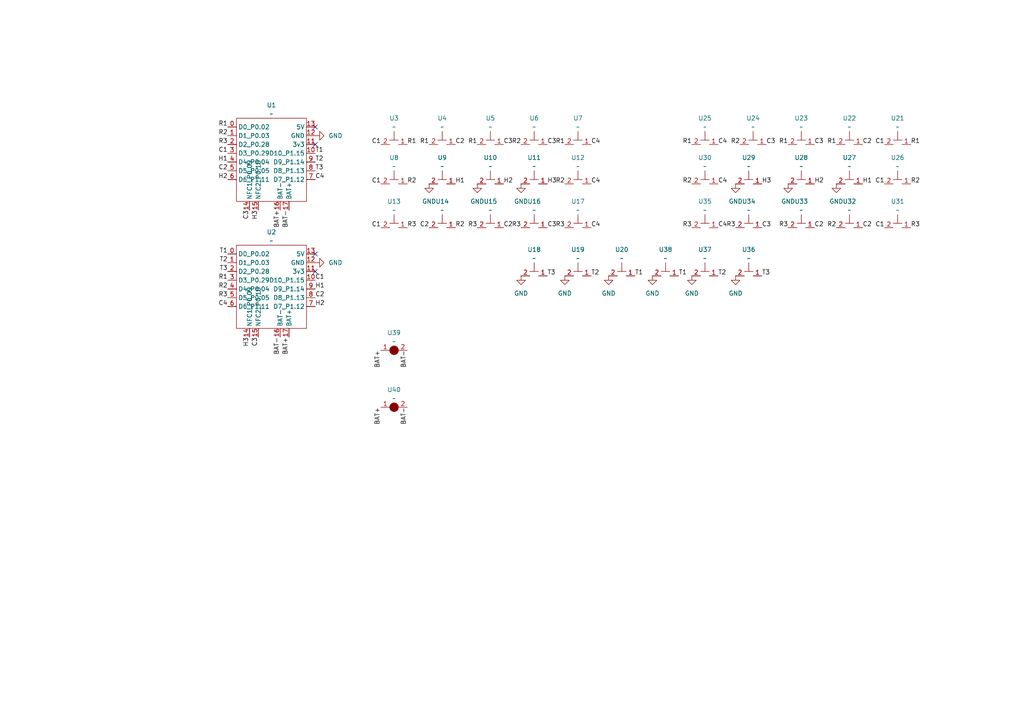
<source format=kicad_sch>
(kicad_sch
	(version 20250114)
	(generator "eeschema")
	(generator_version "9.0")
	(uuid "bff11a1c-23fa-4c95-8675-1f336a6622b4")
	(paper "A4")
	(lib_symbols
		(symbol "palpatine:jumper"
			(exclude_from_sim no)
			(in_bom yes)
			(on_board yes)
			(property "Reference" "U"
				(at 0 2.032 0)
				(effects
					(font
						(size 1.27 1.27)
					)
				)
			)
			(property "Value" ""
				(at 0 0 0)
				(effects
					(font
						(size 1.27 1.27)
					)
				)
			)
			(property "Footprint" ""
				(at 0 0 0)
				(effects
					(font
						(size 1.27 1.27)
					)
					(hide yes)
				)
			)
			(property "Datasheet" ""
				(at 0 0 0)
				(effects
					(font
						(size 1.27 1.27)
					)
					(hide yes)
				)
			)
			(property "Description" ""
				(at 0 0 0)
				(effects
					(font
						(size 1.27 1.27)
					)
					(hide yes)
				)
			)
			(symbol "jumper_1_1"
				(circle
					(center 0 0)
					(radius 1.27)
					(stroke
						(width 0)
						(type default)
					)
					(fill
						(type outline)
					)
				)
				(pin bidirectional line
					(at -3.81 0 0)
					(length 2.54)
					(name ""
						(effects
							(font
								(size 1.27 1.27)
							)
						)
					)
					(number "1"
						(effects
							(font
								(size 1.27 1.27)
							)
						)
					)
				)
				(pin bidirectional line
					(at 3.81 0 180)
					(length 2.54)
					(name ""
						(effects
							(font
								(size 1.27 1.27)
							)
						)
					)
					(number "2"
						(effects
							(font
								(size 1.27 1.27)
							)
						)
					)
				)
			)
			(embedded_fonts no)
		)
		(symbol "palpatine:key_switch"
			(exclude_from_sim no)
			(in_bom yes)
			(on_board yes)
			(property "Reference" "U"
				(at 0 -1.524 0)
				(effects
					(font
						(size 1.27 1.27)
					)
				)
			)
			(property "Value" ""
				(at 0 0 0)
				(effects
					(font
						(size 1.27 1.27)
					)
				)
			)
			(property "Footprint" ""
				(at 0 0 0)
				(effects
					(font
						(size 1.27 1.27)
					)
					(hide yes)
				)
			)
			(property "Datasheet" ""
				(at 0 0 0)
				(effects
					(font
						(size 1.27 1.27)
					)
					(hide yes)
				)
			)
			(property "Description" ""
				(at 0 0 0)
				(effects
					(font
						(size 1.27 1.27)
					)
					(hide yes)
				)
			)
			(symbol "key_switch_0_1"
				(polyline
					(pts
						(xy -1.27 1.27) (xy 1.27 1.27) (xy 0 1.27) (xy 0 3.81)
					)
					(stroke
						(width 0)
						(type default)
					)
					(fill
						(type none)
					)
				)
			)
			(symbol "key_switch_1_1"
				(pin bidirectional line
					(at -3.81 0 0)
					(length 2.54)
					(name ""
						(effects
							(font
								(size 1.27 1.27)
							)
						)
					)
					(number "2"
						(effects
							(font
								(size 1.27 1.27)
							)
						)
					)
				)
				(pin bidirectional line
					(at 3.81 0 180)
					(length 2.54)
					(name ""
						(effects
							(font
								(size 1.27 1.27)
							)
						)
					)
					(number "1"
						(effects
							(font
								(size 1.27 1.27)
							)
						)
					)
				)
			)
			(embedded_fonts no)
		)
		(symbol "palpatine:xiao-nrf"
			(exclude_from_sim no)
			(in_bom yes)
			(on_board yes)
			(property "Reference" "U"
				(at -1.27 0 0)
				(effects
					(font
						(size 1.27 1.27)
					)
				)
			)
			(property "Value" ""
				(at 0 0 0)
				(effects
					(font
						(size 1.27 1.27)
					)
				)
			)
			(property "Footprint" ""
				(at 0 0 0)
				(effects
					(font
						(size 1.27 1.27)
					)
					(hide yes)
				)
			)
			(property "Datasheet" ""
				(at 0 0 0)
				(effects
					(font
						(size 1.27 1.27)
					)
					(hide yes)
				)
			)
			(property "Description" ""
				(at 0 0 0)
				(effects
					(font
						(size 1.27 1.27)
					)
					(hide yes)
				)
			)
			(symbol "xiao-nrf_0_1"
				(rectangle
					(start -10.16 11.43)
					(end 10.16 -12.7)
					(stroke
						(width 0)
						(type default)
					)
					(fill
						(type none)
					)
				)
			)
			(symbol "xiao-nrf_1_1"
				(pin bidirectional line
					(at -12.7 8.89 0)
					(length 2.54)
					(name "D0_P0.02"
						(effects
							(font
								(size 1.27 1.27)
							)
						)
					)
					(number "0"
						(effects
							(font
								(size 1.27 1.27)
							)
						)
					)
				)
				(pin bidirectional line
					(at -12.7 6.35 0)
					(length 2.54)
					(name "D1_P0.03"
						(effects
							(font
								(size 1.27 1.27)
							)
						)
					)
					(number "1"
						(effects
							(font
								(size 1.27 1.27)
							)
						)
					)
				)
				(pin bidirectional line
					(at -12.7 3.81 0)
					(length 2.54)
					(name "D2_P0.28"
						(effects
							(font
								(size 1.27 1.27)
							)
						)
					)
					(number "2"
						(effects
							(font
								(size 1.27 1.27)
							)
						)
					)
				)
				(pin bidirectional line
					(at -12.7 1.27 0)
					(length 2.54)
					(name "D3_P0.29"
						(effects
							(font
								(size 1.27 1.27)
							)
						)
					)
					(number "3"
						(effects
							(font
								(size 1.27 1.27)
							)
						)
					)
				)
				(pin bidirectional line
					(at -12.7 -1.27 0)
					(length 2.54)
					(name "D4_P0.04"
						(effects
							(font
								(size 1.27 1.27)
							)
						)
					)
					(number "4"
						(effects
							(font
								(size 1.27 1.27)
							)
						)
					)
				)
				(pin bidirectional line
					(at -12.7 -3.81 0)
					(length 2.54)
					(name "D5_P0.05"
						(effects
							(font
								(size 1.27 1.27)
							)
						)
					)
					(number "5"
						(effects
							(font
								(size 1.27 1.27)
							)
						)
					)
				)
				(pin bidirectional line
					(at -12.7 -6.35 0)
					(length 2.54)
					(name "D6_P1.11"
						(effects
							(font
								(size 1.27 1.27)
							)
						)
					)
					(number "6"
						(effects
							(font
								(size 1.27 1.27)
							)
						)
					)
				)
				(pin input line
					(at -6.35 -15.24 90)
					(length 2.54)
					(name "NFC1_P0.09"
						(effects
							(font
								(size 1.27 1.27)
							)
						)
					)
					(number "14"
						(effects
							(font
								(size 1.27 1.27)
							)
						)
					)
				)
				(pin input line
					(at -3.81 -15.24 90)
					(length 2.54)
					(name "NFC2_P0.10"
						(effects
							(font
								(size 1.27 1.27)
							)
						)
					)
					(number "15"
						(effects
							(font
								(size 1.27 1.27)
							)
						)
					)
				)
				(pin power_in line
					(at 2.54 -15.24 90)
					(length 2.54)
					(name "BAT-"
						(effects
							(font
								(size 1.27 1.27)
							)
						)
					)
					(number "16"
						(effects
							(font
								(size 1.27 1.27)
							)
						)
					)
				)
				(pin power_in line
					(at 5.08 -15.24 90)
					(length 2.54)
					(name "BAT+"
						(effects
							(font
								(size 1.27 1.27)
							)
						)
					)
					(number "17"
						(effects
							(font
								(size 1.27 1.27)
							)
						)
					)
				)
				(pin power_in line
					(at 12.7 8.89 180)
					(length 2.54)
					(name "5V"
						(effects
							(font
								(size 1.27 1.27)
							)
						)
					)
					(number "13"
						(effects
							(font
								(size 1.27 1.27)
							)
						)
					)
				)
				(pin power_in line
					(at 12.7 6.35 180)
					(length 2.54)
					(name "GND"
						(effects
							(font
								(size 1.27 1.27)
							)
						)
					)
					(number "12"
						(effects
							(font
								(size 1.27 1.27)
							)
						)
					)
				)
				(pin power_out line
					(at 12.7 3.81 180)
					(length 2.54)
					(name "3v3"
						(effects
							(font
								(size 1.27 1.27)
							)
						)
					)
					(number "11"
						(effects
							(font
								(size 1.27 1.27)
							)
						)
					)
				)
				(pin bidirectional line
					(at 12.7 1.27 180)
					(length 2.54)
					(name "D10_P1.15"
						(effects
							(font
								(size 1.27 1.27)
							)
						)
					)
					(number "10"
						(effects
							(font
								(size 1.27 1.27)
							)
						)
					)
				)
				(pin bidirectional line
					(at 12.7 -1.27 180)
					(length 2.54)
					(name "D9_P1.14"
						(effects
							(font
								(size 1.27 1.27)
							)
						)
					)
					(number "9"
						(effects
							(font
								(size 1.27 1.27)
							)
						)
					)
				)
				(pin bidirectional line
					(at 12.7 -3.81 180)
					(length 2.54)
					(name "D8_P1.13"
						(effects
							(font
								(size 1.27 1.27)
							)
						)
					)
					(number "8"
						(effects
							(font
								(size 1.27 1.27)
							)
						)
					)
				)
				(pin bidirectional line
					(at 12.7 -6.35 180)
					(length 2.54)
					(name "D7_P1.12"
						(effects
							(font
								(size 1.27 1.27)
							)
						)
					)
					(number "7"
						(effects
							(font
								(size 1.27 1.27)
							)
						)
					)
				)
			)
			(embedded_fonts no)
		)
		(symbol "power:GND"
			(power)
			(pin_numbers
				(hide yes)
			)
			(pin_names
				(offset 0)
				(hide yes)
			)
			(exclude_from_sim no)
			(in_bom yes)
			(on_board yes)
			(property "Reference" "#PWR"
				(at 0 -6.35 0)
				(effects
					(font
						(size 1.27 1.27)
					)
					(hide yes)
				)
			)
			(property "Value" "GND"
				(at 0 -3.81 0)
				(effects
					(font
						(size 1.27 1.27)
					)
				)
			)
			(property "Footprint" ""
				(at 0 0 0)
				(effects
					(font
						(size 1.27 1.27)
					)
					(hide yes)
				)
			)
			(property "Datasheet" ""
				(at 0 0 0)
				(effects
					(font
						(size 1.27 1.27)
					)
					(hide yes)
				)
			)
			(property "Description" "Power symbol creates a global label with name \"GND\" , ground"
				(at 0 0 0)
				(effects
					(font
						(size 1.27 1.27)
					)
					(hide yes)
				)
			)
			(property "ki_keywords" "global power"
				(at 0 0 0)
				(effects
					(font
						(size 1.27 1.27)
					)
					(hide yes)
				)
			)
			(symbol "GND_0_1"
				(polyline
					(pts
						(xy 0 0) (xy 0 -1.27) (xy 1.27 -1.27) (xy 0 -2.54) (xy -1.27 -1.27) (xy 0 -1.27)
					)
					(stroke
						(width 0)
						(type default)
					)
					(fill
						(type none)
					)
				)
			)
			(symbol "GND_1_1"
				(pin power_in line
					(at 0 0 270)
					(length 0)
					(name "~"
						(effects
							(font
								(size 1.27 1.27)
							)
						)
					)
					(number "1"
						(effects
							(font
								(size 1.27 1.27)
							)
						)
					)
				)
			)
			(embedded_fonts no)
		)
	)
	(no_connect
		(at 91.44 36.83)
		(uuid "5054981a-db9f-41cb-bdf7-beed2b57cd5d")
	)
	(no_connect
		(at 91.44 78.74)
		(uuid "6933b459-1f14-48a3-b8a6-95cb645af14b")
	)
	(no_connect
		(at 91.44 73.66)
		(uuid "ad220743-2140-4ca5-976e-42bb4e342053")
	)
	(no_connect
		(at 91.44 41.91)
		(uuid "d3f4724f-d714-4036-9b2d-98e6ed17041c")
	)
	(label "R2"
		(at 214.63 41.91 180)
		(effects
			(font
				(size 1.27 1.27)
			)
			(justify right bottom)
		)
		(uuid "0096aa0e-7265-4ea9-b4de-e86867b3b6c9")
	)
	(label "H3"
		(at 220.98 53.34 0)
		(effects
			(font
				(size 1.27 1.27)
			)
			(justify left bottom)
		)
		(uuid "014b3e9f-0d82-4a28-8873-327a7fe59288")
	)
	(label "T1"
		(at 91.44 44.45 0)
		(effects
			(font
				(size 1.27 1.27)
			)
			(justify left bottom)
		)
		(uuid "05a775d5-04f9-4471-9f9b-8cac0d2109d1")
	)
	(label "R2"
		(at 242.57 66.04 180)
		(effects
			(font
				(size 1.27 1.27)
			)
			(justify right bottom)
		)
		(uuid "0a61d63d-f196-4a16-8ca5-7eff417d8ead")
	)
	(label "BAT-"
		(at 118.11 101.6 270)
		(effects
			(font
				(size 1.27 1.27)
			)
			(justify right bottom)
		)
		(uuid "0ffa22c0-2f29-4a7f-b63f-9563fdff4a2e")
	)
	(label "R3"
		(at 66.04 41.91 180)
		(effects
			(font
				(size 1.27 1.27)
			)
			(justify right bottom)
		)
		(uuid "11ce0090-8017-4bd7-8ec8-9dd8417dcb47")
	)
	(label "C4"
		(at 171.45 66.04 0)
		(effects
			(font
				(size 1.27 1.27)
			)
			(justify left bottom)
		)
		(uuid "139ed433-fec8-46be-8106-a684a11d02d0")
	)
	(label "R1"
		(at 138.43 41.91 180)
		(effects
			(font
				(size 1.27 1.27)
			)
			(justify right bottom)
		)
		(uuid "18871852-a915-47ee-9045-0ac1d251cadc")
	)
	(label "C3"
		(at 158.75 66.04 0)
		(effects
			(font
				(size 1.27 1.27)
			)
			(justify left bottom)
		)
		(uuid "1acc305e-7261-48b5-a663-8367bcb319fa")
	)
	(label "R1"
		(at 163.83 41.91 180)
		(effects
			(font
				(size 1.27 1.27)
			)
			(justify right bottom)
		)
		(uuid "1c35cf4d-9ec5-41fa-b655-500400d1243c")
	)
	(label "H3"
		(at 74.93 60.96 270)
		(effects
			(font
				(size 1.27 1.27)
			)
			(justify right bottom)
		)
		(uuid "1d0b7231-a1e6-4eca-aef5-92a308a93a01")
	)
	(label "R2"
		(at 151.13 41.91 180)
		(effects
			(font
				(size 1.27 1.27)
			)
			(justify right bottom)
		)
		(uuid "26da2e5c-187c-4d78-9ee1-d477a11e639c")
	)
	(label "R3"
		(at 138.43 66.04 180)
		(effects
			(font
				(size 1.27 1.27)
			)
			(justify right bottom)
		)
		(uuid "285347fc-bc5c-4499-8cd2-b6465bc21a9a")
	)
	(label "R3"
		(at 213.36 66.04 180)
		(effects
			(font
				(size 1.27 1.27)
			)
			(justify right bottom)
		)
		(uuid "2da5b8ae-a130-45de-9369-47c036e1f91f")
	)
	(label "C4"
		(at 171.45 41.91 0)
		(effects
			(font
				(size 1.27 1.27)
			)
			(justify left bottom)
		)
		(uuid "2f63f2c3-46e9-45bf-a59c-758d3a308d9f")
	)
	(label "R1"
		(at 228.6 41.91 180)
		(effects
			(font
				(size 1.27 1.27)
			)
			(justify right bottom)
		)
		(uuid "2fb68605-b153-4c20-bcb3-0f36960ee4e7")
	)
	(label "T1"
		(at 66.04 73.66 180)
		(effects
			(font
				(size 1.27 1.27)
			)
			(justify right bottom)
		)
		(uuid "307e7264-3677-4c88-b9dc-89278ed36fba")
	)
	(label "R2"
		(at 66.04 39.37 180)
		(effects
			(font
				(size 1.27 1.27)
			)
			(justify right bottom)
		)
		(uuid "307f9026-e3bb-457b-9c8f-a3392f7b3661")
	)
	(label "T1"
		(at 196.85 80.01 0)
		(effects
			(font
				(size 1.27 1.27)
			)
			(justify left bottom)
		)
		(uuid "330cb313-3bd7-4d99-8720-e7efa6996bbe")
	)
	(label "T2"
		(at 171.45 80.01 0)
		(effects
			(font
				(size 1.27 1.27)
			)
			(justify left bottom)
		)
		(uuid "34eba2a4-49d6-407a-845c-7305f2656356")
	)
	(label "H3"
		(at 72.39 97.79 270)
		(effects
			(font
				(size 1.27 1.27)
			)
			(justify right bottom)
		)
		(uuid "3668a976-6db0-44b1-993c-23720e6a072d")
	)
	(label "C3"
		(at 222.25 41.91 0)
		(effects
			(font
				(size 1.27 1.27)
			)
			(justify left bottom)
		)
		(uuid "37e45127-2bef-46ff-ac85-ffa09355399c")
	)
	(label "C1"
		(at 91.44 81.28 0)
		(effects
			(font
				(size 1.27 1.27)
			)
			(justify left bottom)
		)
		(uuid "39e7472e-09c5-4d7e-a864-a09ba19fa76b")
	)
	(label "C3"
		(at 146.05 41.91 0)
		(effects
			(font
				(size 1.27 1.27)
			)
			(justify left bottom)
		)
		(uuid "3be93744-1996-425c-a227-c05e9425d85a")
	)
	(label "C3"
		(at 220.98 66.04 0)
		(effects
			(font
				(size 1.27 1.27)
			)
			(justify left bottom)
		)
		(uuid "3e4c1e96-e8a1-46fa-a2ae-8c08ba8dc205")
	)
	(label "R3"
		(at 118.11 66.04 0)
		(effects
			(font
				(size 1.27 1.27)
			)
			(justify left bottom)
		)
		(uuid "3f7c599d-df0d-4389-9462-29efdf55f980")
	)
	(label "C2"
		(at 66.04 49.53 180)
		(effects
			(font
				(size 1.27 1.27)
			)
			(justify right bottom)
		)
		(uuid "4493c431-025b-46b3-ad0d-5d8a437e7bc6")
	)
	(label "T1"
		(at 184.15 80.01 0)
		(effects
			(font
				(size 1.27 1.27)
			)
			(justify left bottom)
		)
		(uuid "455a19be-88a5-4a82-b8d7-9ca62bae508c")
	)
	(label "C2"
		(at 250.19 66.04 0)
		(effects
			(font
				(size 1.27 1.27)
			)
			(justify left bottom)
		)
		(uuid "455d36cc-f29a-42e1-a10f-aa5bc57d8cf7")
	)
	(label "C3"
		(at 74.93 97.79 270)
		(effects
			(font
				(size 1.27 1.27)
			)
			(justify right bottom)
		)
		(uuid "459f094f-fa08-456d-9622-340de58a30ce")
	)
	(label "H2"
		(at 236.22 53.34 0)
		(effects
			(font
				(size 1.27 1.27)
			)
			(justify left bottom)
		)
		(uuid "508a363b-43a8-48ef-b08d-457acd606464")
	)
	(label "C2"
		(at 132.08 41.91 0)
		(effects
			(font
				(size 1.27 1.27)
			)
			(justify left bottom)
		)
		(uuid "511ca1a3-ef82-4c22-a1be-3ac67d027e23")
	)
	(label "C4"
		(at 91.44 52.07 0)
		(effects
			(font
				(size 1.27 1.27)
			)
			(justify left bottom)
		)
		(uuid "56aada0d-7a89-4888-aaf2-a051fdde094e")
	)
	(label "H2"
		(at 146.05 53.34 0)
		(effects
			(font
				(size 1.27 1.27)
			)
			(justify left bottom)
		)
		(uuid "58a7bc1c-8e69-41ca-b30a-ae7228900ed6")
	)
	(label "T3"
		(at 158.75 80.01 0)
		(effects
			(font
				(size 1.27 1.27)
			)
			(justify left bottom)
		)
		(uuid "5ccccce1-e723-405e-9aaf-cd0012b56f48")
	)
	(label "R3"
		(at 151.13 66.04 180)
		(effects
			(font
				(size 1.27 1.27)
			)
			(justify right bottom)
		)
		(uuid "633e2d35-bc60-4c51-b7e1-236d89813682")
	)
	(label "C3"
		(at 236.22 41.91 0)
		(effects
			(font
				(size 1.27 1.27)
			)
			(justify left bottom)
		)
		(uuid "69159f3f-2ba5-48fd-90af-7502ed511d24")
	)
	(label "H1"
		(at 250.19 53.34 0)
		(effects
			(font
				(size 1.27 1.27)
			)
			(justify left bottom)
		)
		(uuid "6bcdaf52-1197-4449-b044-733f34ee42d9")
	)
	(label "T3"
		(at 66.04 78.74 180)
		(effects
			(font
				(size 1.27 1.27)
			)
			(justify right bottom)
		)
		(uuid "747bac15-1e0e-45aa-940a-284045f1df46")
	)
	(label "C1"
		(at 256.54 41.91 180)
		(effects
			(font
				(size 1.27 1.27)
			)
			(justify right bottom)
		)
		(uuid "76970630-7b62-47ea-885e-78ae5542cded")
	)
	(label "R1"
		(at 242.57 41.91 180)
		(effects
			(font
				(size 1.27 1.27)
			)
			(justify right bottom)
		)
		(uuid "7f3f114b-e99f-4743-9b19-e452ad5bb322")
	)
	(label "C4"
		(at 171.45 53.34 0)
		(effects
			(font
				(size 1.27 1.27)
			)
			(justify left bottom)
		)
		(uuid "84867c3a-c958-4b64-a260-f3908c4a917a")
	)
	(label "C1"
		(at 66.04 44.45 180)
		(effects
			(font
				(size 1.27 1.27)
			)
			(justify right bottom)
		)
		(uuid "8e631922-fef8-4a79-bc51-c9553fcc0928")
	)
	(label "BAT+"
		(at 110.49 101.6 270)
		(effects
			(font
				(size 1.27 1.27)
			)
			(justify right bottom)
		)
		(uuid "8e6eba1b-f1f8-4346-8dd0-b3e2b9083ff1")
	)
	(label "C4"
		(at 208.28 41.91 0)
		(effects
			(font
				(size 1.27 1.27)
			)
			(justify left bottom)
		)
		(uuid "8e80803f-c749-4206-b2a6-1aa481e26d45")
	)
	(label "C2"
		(at 91.44 86.36 0)
		(effects
			(font
				(size 1.27 1.27)
			)
			(justify left bottom)
		)
		(uuid "9064d676-b867-4ad9-868f-925a896904e6")
	)
	(label "R3"
		(at 66.04 86.36 180)
		(effects
			(font
				(size 1.27 1.27)
			)
			(justify right bottom)
		)
		(uuid "94b2ae38-dd7f-485e-931d-a867c52aba57")
	)
	(label "H3"
		(at 158.75 53.34 0)
		(effects
			(font
				(size 1.27 1.27)
			)
			(justify left bottom)
		)
		(uuid "99ca8b1d-64dd-49a3-a4c9-6362ce59138e")
	)
	(label "R2"
		(at 118.11 53.34 0)
		(effects
			(font
				(size 1.27 1.27)
			)
			(justify left bottom)
		)
		(uuid "a18993ca-77cd-48ca-8087-0463f756c6c2")
	)
	(label "R1"
		(at 200.66 41.91 180)
		(effects
			(font
				(size 1.27 1.27)
			)
			(justify right bottom)
		)
		(uuid "a7e87015-a871-4ff3-86c9-3ccece5337fc")
	)
	(label "BAT+"
		(at 83.82 97.79 270)
		(effects
			(font
				(size 1.27 1.27)
			)
			(justify right bottom)
		)
		(uuid "ad545b65-0054-406f-bfb1-abd2534472b6")
	)
	(label "R1"
		(at 118.11 41.91 0)
		(effects
			(font
				(size 1.27 1.27)
			)
			(justify left bottom)
		)
		(uuid "ae7c204e-6c87-4832-8cd8-e9eb74927780")
	)
	(label "BAT-"
		(at 118.11 118.11 270)
		(effects
			(font
				(size 1.27 1.27)
			)
			(justify right bottom)
		)
		(uuid "b305fa99-3ec5-49e3-81ff-17e1582ea569")
	)
	(label "C3"
		(at 158.75 41.91 0)
		(effects
			(font
				(size 1.27 1.27)
			)
			(justify left bottom)
		)
		(uuid "b380f3de-79d1-4f5d-896e-3e3a53eed0b0")
	)
	(label "T2"
		(at 91.44 46.99 0)
		(effects
			(font
				(size 1.27 1.27)
			)
			(justify left bottom)
		)
		(uuid "b40b951d-c72b-413e-b604-b6197ac493ae")
	)
	(label "C1"
		(at 110.49 41.91 180)
		(effects
			(font
				(size 1.27 1.27)
			)
			(justify right bottom)
		)
		(uuid "b6164062-175c-46ba-a36b-9e73e142988e")
	)
	(label "H2"
		(at 66.04 52.07 180)
		(effects
			(font
				(size 1.27 1.27)
			)
			(justify right bottom)
		)
		(uuid "b6e9f633-bbd8-41eb-b7cd-1ff5cc33fb9b")
	)
	(label "R2"
		(at 200.66 53.34 180)
		(effects
			(font
				(size 1.27 1.27)
			)
			(justify right bottom)
		)
		(uuid "b75049a9-1ae8-47d0-8460-7b9df2899478")
	)
	(label "R1"
		(at 66.04 81.28 180)
		(effects
			(font
				(size 1.27 1.27)
			)
			(justify right bottom)
		)
		(uuid "b7a7fc78-37c2-4a0c-976b-2599483b033e")
	)
	(label "T3"
		(at 220.98 80.01 0)
		(effects
			(font
				(size 1.27 1.27)
			)
			(justify left bottom)
		)
		(uuid "b8315bff-87e4-4519-8645-257ae5557ec3")
	)
	(label "H1"
		(at 132.08 53.34 0)
		(effects
			(font
				(size 1.27 1.27)
			)
			(justify left bottom)
		)
		(uuid "b836548a-4454-4434-84dc-de6307ae7896")
	)
	(label "H1"
		(at 91.44 83.82 0)
		(effects
			(font
				(size 1.27 1.27)
			)
			(justify left bottom)
		)
		(uuid "b93ef868-b18b-4bf3-b179-b3dd266419b4")
	)
	(label "R2"
		(at 66.04 83.82 180)
		(effects
			(font
				(size 1.27 1.27)
			)
			(justify right bottom)
		)
		(uuid "b9f55b82-26bd-48a3-968a-dc2a004bf00e")
	)
	(label "R1"
		(at 124.46 41.91 180)
		(effects
			(font
				(size 1.27 1.27)
			)
			(justify right bottom)
		)
		(uuid "bab0936d-c408-415f-8667-a9593ab9ee66")
	)
	(label "R2"
		(at 264.16 53.34 0)
		(effects
			(font
				(size 1.27 1.27)
			)
			(justify left bottom)
		)
		(uuid "bb8d7f70-24e4-4039-952f-bd3481308b06")
	)
	(label "C3"
		(at 72.39 60.96 270)
		(effects
			(font
				(size 1.27 1.27)
			)
			(justify right bottom)
		)
		(uuid "c3d747c3-12f0-4ba8-91fa-b64e7faf806e")
	)
	(label "T2"
		(at 66.04 76.2 180)
		(effects
			(font
				(size 1.27 1.27)
			)
			(justify right bottom)
		)
		(uuid "c434e376-ac39-4759-8c1d-aaee3865827d")
	)
	(label "H1"
		(at 66.04 46.99 180)
		(effects
			(font
				(size 1.27 1.27)
			)
			(justify right bottom)
		)
		(uuid "c587d3c6-f3bb-46a1-92e5-d5de0cf01635")
	)
	(label "BAT-"
		(at 83.82 60.96 270)
		(effects
			(font
				(size 1.27 1.27)
			)
			(justify right bottom)
		)
		(uuid "c9b46cbc-0940-46fd-9559-464fbb6e06bb")
	)
	(label "C4"
		(at 208.28 66.04 0)
		(effects
			(font
				(size 1.27 1.27)
			)
			(justify left bottom)
		)
		(uuid "ca36959a-658c-48f9-9faf-ef33895c4996")
	)
	(label "BAT+"
		(at 81.28 60.96 270)
		(effects
			(font
				(size 1.27 1.27)
			)
			(justify right bottom)
		)
		(uuid "cb80a1d1-d71a-497f-adf5-a28c16a520ef")
	)
	(label "C2"
		(at 124.46 66.04 180)
		(effects
			(font
				(size 1.27 1.27)
			)
			(justify right bottom)
		)
		(uuid "ccecfa0f-4bbe-4431-80e2-862a2a6fe364")
	)
	(label "R2"
		(at 132.08 66.04 0)
		(effects
			(font
				(size 1.27 1.27)
			)
			(justify left bottom)
		)
		(uuid "cfbd8c97-c41b-4f51-b350-af2f16bd1919")
	)
	(label "R3"
		(at 163.83 66.04 180)
		(effects
			(font
				(size 1.27 1.27)
			)
			(justify right bottom)
		)
		(uuid "d2090e39-8dba-4027-a629-2113622bca31")
	)
	(label "R3"
		(at 264.16 66.04 0)
		(effects
			(font
				(size 1.27 1.27)
			)
			(justify left bottom)
		)
		(uuid "d72109a6-327e-4ead-a4ac-35e6e73f7117")
	)
	(label "C1"
		(at 256.54 66.04 180)
		(effects
			(font
				(size 1.27 1.27)
			)
			(justify right bottom)
		)
		(uuid "d8812810-23c1-47ef-8ffb-ee4ace71fc2f")
	)
	(label "C1"
		(at 110.49 53.34 180)
		(effects
			(font
				(size 1.27 1.27)
			)
			(justify right bottom)
		)
		(uuid "d985ca11-be33-41af-b07a-a4893edd7b4a")
	)
	(label "R3"
		(at 200.66 66.04 180)
		(effects
			(font
				(size 1.27 1.27)
			)
			(justify right bottom)
		)
		(uuid "dedc285c-17a7-4543-afda-0aad7755b24b")
	)
	(label "H2"
		(at 91.44 88.9 0)
		(effects
			(font
				(size 1.27 1.27)
			)
			(justify left bottom)
		)
		(uuid "dfa9c031-8817-4843-b636-9c38408d52ab")
	)
	(label "C1"
		(at 256.54 53.34 180)
		(effects
			(font
				(size 1.27 1.27)
			)
			(justify right bottom)
		)
		(uuid "e409ac75-1d4b-4c8d-8705-2ee0927c32a8")
	)
	(label "R1"
		(at 66.04 36.83 180)
		(effects
			(font
				(size 1.27 1.27)
			)
			(justify right bottom)
		)
		(uuid "eacce682-3bb9-48bc-8d6b-05ecd2b0ae21")
	)
	(label "C2"
		(at 236.22 66.04 0)
		(effects
			(font
				(size 1.27 1.27)
			)
			(justify left bottom)
		)
		(uuid "ec78bae6-f0db-448b-a228-1276043294e6")
	)
	(label "BAT+"
		(at 110.49 118.11 270)
		(effects
			(font
				(size 1.27 1.27)
			)
			(justify right bottom)
		)
		(uuid "eeb4fc4a-46af-47a4-8c0a-42af827ee3ea")
	)
	(label "R1"
		(at 264.16 41.91 0)
		(effects
			(font
				(size 1.27 1.27)
			)
			(justify left bottom)
		)
		(uuid "f1894184-262c-4ad6-9f25-08b465b010f5")
	)
	(label "C2"
		(at 146.05 66.04 0)
		(effects
			(font
				(size 1.27 1.27)
			)
			(justify left bottom)
		)
		(uuid "f2d4ba76-1745-4970-8fa0-f10a0fe072ab")
	)
	(label "T2"
		(at 208.28 80.01 0)
		(effects
			(font
				(size 1.27 1.27)
			)
			(justify left bottom)
		)
		(uuid "f438cac9-e6d6-4e9d-8f1a-2fc28253fe01")
	)
	(label "R2"
		(at 163.83 53.34 180)
		(effects
			(font
				(size 1.27 1.27)
			)
			(justify right bottom)
		)
		(uuid "f6a5c551-b4e9-417a-987d-ab54791c08d1")
	)
	(label "T3"
		(at 91.44 49.53 0)
		(effects
			(font
				(size 1.27 1.27)
			)
			(justify left bottom)
		)
		(uuid "f960c7f0-af49-472a-a4e9-2eb4f39126c5")
	)
	(label "C2"
		(at 250.19 41.91 0)
		(effects
			(font
				(size 1.27 1.27)
			)
			(justify left bottom)
		)
		(uuid "f9763ef9-7688-47c7-be95-e9f4f9c54057")
	)
	(label "R3"
		(at 228.6 66.04 180)
		(effects
			(font
				(size 1.27 1.27)
			)
			(justify right bottom)
		)
		(uuid "fab90c28-8220-424e-b873-3187301b10c0")
	)
	(label "C4"
		(at 208.28 53.34 0)
		(effects
			(font
				(size 1.27 1.27)
			)
			(justify left bottom)
		)
		(uuid "fbc43086-b2d6-447e-a059-1f720bd1445b")
	)
	(label "C4"
		(at 66.04 88.9 180)
		(effects
			(font
				(size 1.27 1.27)
			)
			(justify right bottom)
		)
		(uuid "fc019b17-e2db-46e2-a1c4-259e803aa28d")
	)
	(label "C1"
		(at 110.49 66.04 180)
		(effects
			(font
				(size 1.27 1.27)
			)
			(justify right bottom)
		)
		(uuid "fcf21822-6540-4471-8e96-67a35c25443f")
	)
	(label "BAT-"
		(at 81.28 97.79 270)
		(effects
			(font
				(size 1.27 1.27)
			)
			(justify right bottom)
		)
		(uuid "ff136810-99b2-4898-a37e-12e5baf65053")
	)
	(symbol
		(lib_id "palpatine:jumper")
		(at 114.3 118.11 0)
		(unit 1)
		(exclude_from_sim no)
		(in_bom yes)
		(on_board yes)
		(dnp no)
		(fields_autoplaced yes)
		(uuid "06e2b8b7-15fb-40f7-b2d8-67795aced679")
		(property "Reference" "U40"
			(at 114.3 113.03 0)
			(effects
				(font
					(size 1.27 1.27)
				)
			)
		)
		(property "Value" "~"
			(at 114.3 115.57 0)
			(effects
				(font
					(size 1.27 1.27)
				)
			)
		)
		(property "Footprint" "slimkeeb:wide_jumper"
			(at 114.3 118.11 0)
			(effects
				(font
					(size 1.27 1.27)
				)
				(hide yes)
			)
		)
		(property "Datasheet" ""
			(at 114.3 118.11 0)
			(effects
				(font
					(size 1.27 1.27)
				)
				(hide yes)
			)
		)
		(property "Description" ""
			(at 114.3 118.11 0)
			(effects
				(font
					(size 1.27 1.27)
				)
				(hide yes)
			)
		)
		(pin "1"
			(uuid "12515109-64e3-4dad-8c80-700f5cc99a6d")
		)
		(pin "2"
			(uuid "f53acb4c-e12f-4895-813f-36cd6eb7bbdb")
		)
		(instances
			(project "slimkeeb"
				(path "/bff11a1c-23fa-4c95-8675-1f336a6622b4"
					(reference "U40")
					(unit 1)
				)
			)
		)
	)
	(symbol
		(lib_id "palpatine:key_switch")
		(at 217.17 66.04 0)
		(unit 1)
		(exclude_from_sim no)
		(in_bom yes)
		(on_board yes)
		(dnp no)
		(fields_autoplaced yes)
		(uuid "07acd763-4fbc-43c7-a514-3c315b7b2b15")
		(property "Reference" "U34"
			(at 217.17 58.42 0)
			(effects
				(font
					(size 1.27 1.27)
				)
			)
		)
		(property "Value" "~"
			(at 217.17 60.96 0)
			(effects
				(font
					(size 1.27 1.27)
				)
			)
		)
		(property "Footprint" "slimkeeb:choc_v2_swap"
			(at 217.17 66.04 0)
			(effects
				(font
					(size 1.27 1.27)
				)
				(hide yes)
			)
		)
		(property "Datasheet" ""
			(at 217.17 66.04 0)
			(effects
				(font
					(size 1.27 1.27)
				)
				(hide yes)
			)
		)
		(property "Description" ""
			(at 217.17 66.04 0)
			(effects
				(font
					(size 1.27 1.27)
				)
				(hide yes)
			)
		)
		(pin "2"
			(uuid "ce0ebb2a-59c4-4acb-86f9-a7f7b241aab1")
		)
		(pin "1"
			(uuid "9d9e7a15-f8a5-4689-906e-adc5e39bb110")
		)
		(instances
			(project "slimkeeb"
				(path "/bff11a1c-23fa-4c95-8675-1f336a6622b4"
					(reference "U34")
					(unit 1)
				)
			)
		)
	)
	(symbol
		(lib_id "palpatine:key_switch")
		(at 204.47 80.01 0)
		(unit 1)
		(exclude_from_sim no)
		(in_bom yes)
		(on_board yes)
		(dnp no)
		(fields_autoplaced yes)
		(uuid "1abf02f5-3c83-49b0-a1d7-13af1bd33b13")
		(property "Reference" "U37"
			(at 204.47 72.39 0)
			(effects
				(font
					(size 1.27 1.27)
				)
			)
		)
		(property "Value" "~"
			(at 204.47 74.93 0)
			(effects
				(font
					(size 1.27 1.27)
				)
			)
		)
		(property "Footprint" "slimkeeb:choc_v2_swap"
			(at 204.47 80.01 0)
			(effects
				(font
					(size 1.27 1.27)
				)
				(hide yes)
			)
		)
		(property "Datasheet" ""
			(at 204.47 80.01 0)
			(effects
				(font
					(size 1.27 1.27)
				)
				(hide yes)
			)
		)
		(property "Description" ""
			(at 204.47 80.01 0)
			(effects
				(font
					(size 1.27 1.27)
				)
				(hide yes)
			)
		)
		(pin "2"
			(uuid "171ba350-41c1-4ac9-9c0d-fadd9ad86f12")
		)
		(pin "1"
			(uuid "35e39fd3-c4c1-45ee-9ba8-0dd7af60e786")
		)
		(instances
			(project "slimkeeb"
				(path "/bff11a1c-23fa-4c95-8675-1f336a6622b4"
					(reference "U37")
					(unit 1)
				)
			)
		)
	)
	(symbol
		(lib_id "palpatine:key_switch")
		(at 142.24 41.91 0)
		(unit 1)
		(exclude_from_sim no)
		(in_bom yes)
		(on_board yes)
		(dnp no)
		(fields_autoplaced yes)
		(uuid "22a0bd03-5cd5-45ac-b53f-4a3ff6ee5288")
		(property "Reference" "U5"
			(at 142.24 34.29 0)
			(effects
				(font
					(size 1.27 1.27)
				)
			)
		)
		(property "Value" "~"
			(at 142.24 36.83 0)
			(effects
				(font
					(size 1.27 1.27)
				)
			)
		)
		(property "Footprint" "slimkeeb:choc_v2_swap"
			(at 142.24 41.91 0)
			(effects
				(font
					(size 1.27 1.27)
				)
				(hide yes)
			)
		)
		(property "Datasheet" ""
			(at 142.24 41.91 0)
			(effects
				(font
					(size 1.27 1.27)
				)
				(hide yes)
			)
		)
		(property "Description" ""
			(at 142.24 41.91 0)
			(effects
				(font
					(size 1.27 1.27)
				)
				(hide yes)
			)
		)
		(pin "2"
			(uuid "a119d14a-5fba-4bd2-8027-92739b2ee38f")
		)
		(pin "1"
			(uuid "2f0ead10-1b65-4561-b1ab-8f6c78ed8e46")
		)
		(instances
			(project "slimkeeb"
				(path "/bff11a1c-23fa-4c95-8675-1f336a6622b4"
					(reference "U5")
					(unit 1)
				)
			)
		)
	)
	(symbol
		(lib_id "palpatine:key_switch")
		(at 260.35 53.34 0)
		(unit 1)
		(exclude_from_sim no)
		(in_bom yes)
		(on_board yes)
		(dnp no)
		(fields_autoplaced yes)
		(uuid "230d8911-bb6f-4b2c-97ae-b88f358f1265")
		(property "Reference" "U26"
			(at 260.35 45.72 0)
			(effects
				(font
					(size 1.27 1.27)
				)
			)
		)
		(property "Value" "~"
			(at 260.35 48.26 0)
			(effects
				(font
					(size 1.27 1.27)
				)
			)
		)
		(property "Footprint" "slimkeeb:choc_v2_swap"
			(at 260.35 53.34 0)
			(effects
				(font
					(size 1.27 1.27)
				)
				(hide yes)
			)
		)
		(property "Datasheet" ""
			(at 260.35 53.34 0)
			(effects
				(font
					(size 1.27 1.27)
				)
				(hide yes)
			)
		)
		(property "Description" ""
			(at 260.35 53.34 0)
			(effects
				(font
					(size 1.27 1.27)
				)
				(hide yes)
			)
		)
		(pin "2"
			(uuid "1b6b7ae1-0c19-4596-8479-ee7bb3b3244d")
		)
		(pin "1"
			(uuid "3abcd2df-f429-406f-8e16-34d92e935aeb")
		)
		(instances
			(project "slimkeeb"
				(path "/bff11a1c-23fa-4c95-8675-1f336a6622b4"
					(reference "U26")
					(unit 1)
				)
			)
		)
	)
	(symbol
		(lib_id "palpatine:key_switch")
		(at 204.47 66.04 0)
		(unit 1)
		(exclude_from_sim no)
		(in_bom yes)
		(on_board yes)
		(dnp no)
		(fields_autoplaced yes)
		(uuid "28c4bd4e-624c-4c68-a033-072c2ac8c093")
		(property "Reference" "U35"
			(at 204.47 58.42 0)
			(effects
				(font
					(size 1.27 1.27)
				)
			)
		)
		(property "Value" "~"
			(at 204.47 60.96 0)
			(effects
				(font
					(size 1.27 1.27)
				)
			)
		)
		(property "Footprint" "slimkeeb:choc_v2_swap"
			(at 204.47 66.04 0)
			(effects
				(font
					(size 1.27 1.27)
				)
				(hide yes)
			)
		)
		(property "Datasheet" ""
			(at 204.47 66.04 0)
			(effects
				(font
					(size 1.27 1.27)
				)
				(hide yes)
			)
		)
		(property "Description" ""
			(at 204.47 66.04 0)
			(effects
				(font
					(size 1.27 1.27)
				)
				(hide yes)
			)
		)
		(pin "2"
			(uuid "72ad4e1c-2557-42e6-bd37-996acdaa54ba")
		)
		(pin "1"
			(uuid "de3dddc6-5d9d-4b17-8989-b83bf59e1515")
		)
		(instances
			(project "slimkeeb"
				(path "/bff11a1c-23fa-4c95-8675-1f336a6622b4"
					(reference "U35")
					(unit 1)
				)
			)
		)
	)
	(symbol
		(lib_id "palpatine:key_switch")
		(at 193.04 80.01 0)
		(unit 1)
		(exclude_from_sim no)
		(in_bom yes)
		(on_board yes)
		(dnp no)
		(fields_autoplaced yes)
		(uuid "29412673-201f-41f7-8393-0379f7a77082")
		(property "Reference" "U38"
			(at 193.04 72.39 0)
			(effects
				(font
					(size 1.27 1.27)
				)
			)
		)
		(property "Value" "~"
			(at 193.04 74.93 0)
			(effects
				(font
					(size 1.27 1.27)
				)
			)
		)
		(property "Footprint" "slimkeeb:choc_v2_swap"
			(at 193.04 80.01 0)
			(effects
				(font
					(size 1.27 1.27)
				)
				(hide yes)
			)
		)
		(property "Datasheet" ""
			(at 193.04 80.01 0)
			(effects
				(font
					(size 1.27 1.27)
				)
				(hide yes)
			)
		)
		(property "Description" ""
			(at 193.04 80.01 0)
			(effects
				(font
					(size 1.27 1.27)
				)
				(hide yes)
			)
		)
		(pin "2"
			(uuid "61238f20-ef41-4101-8719-9123d619139c")
		)
		(pin "1"
			(uuid "9372b933-4a39-427f-977f-ed54c1740174")
		)
		(instances
			(project "slimkeeb"
				(path "/bff11a1c-23fa-4c95-8675-1f336a6622b4"
					(reference "U38")
					(unit 1)
				)
			)
		)
	)
	(symbol
		(lib_id "palpatine:key_switch")
		(at 218.44 41.91 0)
		(unit 1)
		(exclude_from_sim no)
		(in_bom yes)
		(on_board yes)
		(dnp no)
		(fields_autoplaced yes)
		(uuid "3251a415-fa30-4504-bd71-7150f0766ec2")
		(property "Reference" "U24"
			(at 218.44 34.29 0)
			(effects
				(font
					(size 1.27 1.27)
				)
			)
		)
		(property "Value" "~"
			(at 218.44 36.83 0)
			(effects
				(font
					(size 1.27 1.27)
				)
			)
		)
		(property "Footprint" "slimkeeb:choc_v2_swap"
			(at 218.44 41.91 0)
			(effects
				(font
					(size 1.27 1.27)
				)
				(hide yes)
			)
		)
		(property "Datasheet" ""
			(at 218.44 41.91 0)
			(effects
				(font
					(size 1.27 1.27)
				)
				(hide yes)
			)
		)
		(property "Description" ""
			(at 218.44 41.91 0)
			(effects
				(font
					(size 1.27 1.27)
				)
				(hide yes)
			)
		)
		(pin "2"
			(uuid "16820779-b5b4-49ee-b520-88c41586f2cc")
		)
		(pin "1"
			(uuid "12043630-eacc-46e4-8fe3-462613af2bbb")
		)
		(instances
			(project "slimkeeb"
				(path "/bff11a1c-23fa-4c95-8675-1f336a6622b4"
					(reference "U24")
					(unit 1)
				)
			)
		)
	)
	(symbol
		(lib_id "palpatine:key_switch")
		(at 246.38 41.91 0)
		(unit 1)
		(exclude_from_sim no)
		(in_bom yes)
		(on_board yes)
		(dnp no)
		(fields_autoplaced yes)
		(uuid "331ec00c-96ea-4c18-a67f-446a6ce5144e")
		(property "Reference" "U22"
			(at 246.38 34.29 0)
			(effects
				(font
					(size 1.27 1.27)
				)
			)
		)
		(property "Value" "~"
			(at 246.38 36.83 0)
			(effects
				(font
					(size 1.27 1.27)
				)
			)
		)
		(property "Footprint" "slimkeeb:choc_v2_swap"
			(at 246.38 41.91 0)
			(effects
				(font
					(size 1.27 1.27)
				)
				(hide yes)
			)
		)
		(property "Datasheet" ""
			(at 246.38 41.91 0)
			(effects
				(font
					(size 1.27 1.27)
				)
				(hide yes)
			)
		)
		(property "Description" ""
			(at 246.38 41.91 0)
			(effects
				(font
					(size 1.27 1.27)
				)
				(hide yes)
			)
		)
		(pin "2"
			(uuid "bfd4eb5f-8288-4840-b15a-dec8dd04dec1")
		)
		(pin "1"
			(uuid "85859e5f-1340-4aae-945d-f9f0d23bf77a")
		)
		(instances
			(project "slimkeeb"
				(path "/bff11a1c-23fa-4c95-8675-1f336a6622b4"
					(reference "U22")
					(unit 1)
				)
			)
		)
	)
	(symbol
		(lib_id "palpatine:key_switch")
		(at 167.64 41.91 0)
		(unit 1)
		(exclude_from_sim no)
		(in_bom yes)
		(on_board yes)
		(dnp no)
		(fields_autoplaced yes)
		(uuid "35556c99-facf-4398-9885-78258b680dcb")
		(property "Reference" "U7"
			(at 167.64 34.29 0)
			(effects
				(font
					(size 1.27 1.27)
				)
			)
		)
		(property "Value" "~"
			(at 167.64 36.83 0)
			(effects
				(font
					(size 1.27 1.27)
				)
			)
		)
		(property "Footprint" "slimkeeb:choc_v2_swap"
			(at 167.64 41.91 0)
			(effects
				(font
					(size 1.27 1.27)
				)
				(hide yes)
			)
		)
		(property "Datasheet" ""
			(at 167.64 41.91 0)
			(effects
				(font
					(size 1.27 1.27)
				)
				(hide yes)
			)
		)
		(property "Description" ""
			(at 167.64 41.91 0)
			(effects
				(font
					(size 1.27 1.27)
				)
				(hide yes)
			)
		)
		(pin "2"
			(uuid "fd7a56c4-d99d-4466-8dc2-63a870d4a19f")
		)
		(pin "1"
			(uuid "61440bfd-e070-47a2-9129-41a0fca5797a")
		)
		(instances
			(project "slimkeeb"
				(path "/bff11a1c-23fa-4c95-8675-1f336a6622b4"
					(reference "U7")
					(unit 1)
				)
			)
		)
	)
	(symbol
		(lib_id "palpatine:xiao-nrf")
		(at 78.74 82.55 0)
		(unit 1)
		(exclude_from_sim no)
		(in_bom yes)
		(on_board yes)
		(dnp no)
		(fields_autoplaced yes)
		(uuid "3a41f162-4cc9-47a9-bd95-00837d9abf00")
		(property "Reference" "U2"
			(at 78.74 67.31 0)
			(effects
				(font
					(size 1.27 1.27)
				)
			)
		)
		(property "Value" "~"
			(at 78.74 69.85 0)
			(effects
				(font
					(size 1.27 1.27)
				)
			)
		)
		(property "Footprint" "slimkeeb:seeed xiao nRF52840_reverse"
			(at 78.74 82.55 0)
			(effects
				(font
					(size 1.27 1.27)
				)
				(hide yes)
			)
		)
		(property "Datasheet" ""
			(at 78.74 82.55 0)
			(effects
				(font
					(size 1.27 1.27)
				)
				(hide yes)
			)
		)
		(property "Description" ""
			(at 78.74 82.55 0)
			(effects
				(font
					(size 1.27 1.27)
				)
				(hide yes)
			)
		)
		(pin "2"
			(uuid "5b093643-4fc7-490d-b930-5967e67e6e60")
		)
		(pin "15"
			(uuid "0079107f-33f8-4a66-b05c-90109ce96378")
		)
		(pin "3"
			(uuid "e06005a5-15e9-4aa2-933a-dc8ee6ea9182")
		)
		(pin "8"
			(uuid "50e19e41-28e2-4079-957c-55314f3427be")
		)
		(pin "12"
			(uuid "804cba8d-10ed-473b-917b-6a92641873a8")
		)
		(pin "13"
			(uuid "9e7ae36e-53a9-4f7c-853b-c78a73e0926b")
		)
		(pin "11"
			(uuid "ee05b551-a7f9-4453-8b8b-8317829e8aa6")
		)
		(pin "5"
			(uuid "b5baaf4c-112a-41ea-a153-cd37765023f0")
		)
		(pin "14"
			(uuid "05c3a52c-ad60-480c-a3cc-13c65b0b480d")
		)
		(pin "0"
			(uuid "0c0872c2-b3f0-40cd-9bb3-ed4fcac43083")
		)
		(pin "1"
			(uuid "465194ea-44d9-4e41-a2b5-1f9a5ded456f")
		)
		(pin "9"
			(uuid "4773fc80-f651-4052-b237-fd4cd8a7190e")
		)
		(pin "16"
			(uuid "3e35f5ac-c3af-40be-8fee-43a634b1a89c")
		)
		(pin "4"
			(uuid "06c0ce18-8b79-4d6d-9508-231af263bf16")
		)
		(pin "6"
			(uuid "a2358863-c6af-49aa-a486-2c3a74bdbe57")
		)
		(pin "17"
			(uuid "410f034f-044c-437e-9119-b31a699ab947")
		)
		(pin "10"
			(uuid "2981a4a8-1000-4e18-8461-59355a6937a0")
		)
		(pin "7"
			(uuid "54ba2acb-d976-4d87-83c4-bc9cd8d71e3e")
		)
		(instances
			(project "slimkeeb"
				(path "/bff11a1c-23fa-4c95-8675-1f336a6622b4"
					(reference "U2")
					(unit 1)
				)
			)
		)
	)
	(symbol
		(lib_id "palpatine:key_switch")
		(at 142.24 66.04 0)
		(unit 1)
		(exclude_from_sim no)
		(in_bom yes)
		(on_board yes)
		(dnp no)
		(fields_autoplaced yes)
		(uuid "3bd9baac-b7ce-4a57-aeae-2dad629af7b8")
		(property "Reference" "U15"
			(at 142.24 58.42 0)
			(effects
				(font
					(size 1.27 1.27)
				)
			)
		)
		(property "Value" "~"
			(at 142.24 60.96 0)
			(effects
				(font
					(size 1.27 1.27)
				)
			)
		)
		(property "Footprint" "slimkeeb:choc_v2_swap"
			(at 142.24 66.04 0)
			(effects
				(font
					(size 1.27 1.27)
				)
				(hide yes)
			)
		)
		(property "Datasheet" ""
			(at 142.24 66.04 0)
			(effects
				(font
					(size 1.27 1.27)
				)
				(hide yes)
			)
		)
		(property "Description" ""
			(at 142.24 66.04 0)
			(effects
				(font
					(size 1.27 1.27)
				)
				(hide yes)
			)
		)
		(pin "2"
			(uuid "3e79fc22-6955-4cea-b5bc-500d0b90f573")
		)
		(pin "1"
			(uuid "d6763a31-39a4-4632-845f-6ef87c1b0d5b")
		)
		(instances
			(project "slimkeeb"
				(path "/bff11a1c-23fa-4c95-8675-1f336a6622b4"
					(reference "U15")
					(unit 1)
				)
			)
		)
	)
	(symbol
		(lib_id "power:GND")
		(at 189.23 80.01 0)
		(unit 1)
		(exclude_from_sim no)
		(in_bom yes)
		(on_board yes)
		(dnp no)
		(fields_autoplaced yes)
		(uuid "3e98bbef-5390-4251-aef7-b12a0aa0fe5a")
		(property "Reference" "#PWR012"
			(at 189.23 86.36 0)
			(effects
				(font
					(size 1.27 1.27)
				)
				(hide yes)
			)
		)
		(property "Value" "GND"
			(at 189.23 85.09 0)
			(effects
				(font
					(size 1.27 1.27)
				)
			)
		)
		(property "Footprint" ""
			(at 189.23 80.01 0)
			(effects
				(font
					(size 1.27 1.27)
				)
				(hide yes)
			)
		)
		(property "Datasheet" ""
			(at 189.23 80.01 0)
			(effects
				(font
					(size 1.27 1.27)
				)
				(hide yes)
			)
		)
		(property "Description" "Power symbol creates a global label with name \"GND\" , ground"
			(at 189.23 80.01 0)
			(effects
				(font
					(size 1.27 1.27)
				)
				(hide yes)
			)
		)
		(pin "1"
			(uuid "2fb025bf-03e2-4648-b70d-f65f8da4ae4c")
		)
		(instances
			(project "slimkeeb"
				(path "/bff11a1c-23fa-4c95-8675-1f336a6622b4"
					(reference "#PWR012")
					(unit 1)
				)
			)
		)
	)
	(symbol
		(lib_id "palpatine:key_switch")
		(at 260.35 41.91 0)
		(unit 1)
		(exclude_from_sim no)
		(in_bom yes)
		(on_board yes)
		(dnp no)
		(fields_autoplaced yes)
		(uuid "45cf7a94-7479-4c9c-a295-9b948835d5e1")
		(property "Reference" "U21"
			(at 260.35 34.29 0)
			(effects
				(font
					(size 1.27 1.27)
				)
			)
		)
		(property "Value" "~"
			(at 260.35 36.83 0)
			(effects
				(font
					(size 1.27 1.27)
				)
			)
		)
		(property "Footprint" "slimkeeb:choc_v2_swap"
			(at 260.35 41.91 0)
			(effects
				(font
					(size 1.27 1.27)
				)
				(hide yes)
			)
		)
		(property "Datasheet" ""
			(at 260.35 41.91 0)
			(effects
				(font
					(size 1.27 1.27)
				)
				(hide yes)
			)
		)
		(property "Description" ""
			(at 260.35 41.91 0)
			(effects
				(font
					(size 1.27 1.27)
				)
				(hide yes)
			)
		)
		(pin "2"
			(uuid "269f24de-e7c6-4221-827b-3d1322b27846")
		)
		(pin "1"
			(uuid "8dad965b-d653-49ec-82ed-d87b50e0ddb4")
		)
		(instances
			(project "slimkeeb"
				(path "/bff11a1c-23fa-4c95-8675-1f336a6622b4"
					(reference "U21")
					(unit 1)
				)
			)
		)
	)
	(symbol
		(lib_id "palpatine:key_switch")
		(at 154.94 80.01 0)
		(unit 1)
		(exclude_from_sim no)
		(in_bom yes)
		(on_board yes)
		(dnp no)
		(fields_autoplaced yes)
		(uuid "45dc9960-808c-45c6-8f5e-8a23a52f35ed")
		(property "Reference" "U18"
			(at 154.94 72.39 0)
			(effects
				(font
					(size 1.27 1.27)
				)
			)
		)
		(property "Value" "~"
			(at 154.94 74.93 0)
			(effects
				(font
					(size 1.27 1.27)
				)
			)
		)
		(property "Footprint" "slimkeeb:choc_v2_swap"
			(at 154.94 80.01 0)
			(effects
				(font
					(size 1.27 1.27)
				)
				(hide yes)
			)
		)
		(property "Datasheet" ""
			(at 154.94 80.01 0)
			(effects
				(font
					(size 1.27 1.27)
				)
				(hide yes)
			)
		)
		(property "Description" ""
			(at 154.94 80.01 0)
			(effects
				(font
					(size 1.27 1.27)
				)
				(hide yes)
			)
		)
		(pin "2"
			(uuid "5a424f96-11ce-47ce-9c54-3b54d26b6277")
		)
		(pin "1"
			(uuid "9ffabce2-c577-421d-8af0-558da11a839c")
		)
		(instances
			(project "slimkeeb"
				(path "/bff11a1c-23fa-4c95-8675-1f336a6622b4"
					(reference "U18")
					(unit 1)
				)
			)
		)
	)
	(symbol
		(lib_id "palpatine:key_switch")
		(at 260.35 66.04 0)
		(unit 1)
		(exclude_from_sim no)
		(in_bom yes)
		(on_board yes)
		(dnp no)
		(fields_autoplaced yes)
		(uuid "4b45c63b-434c-4831-84a8-4560d96c55a8")
		(property "Reference" "U31"
			(at 260.35 58.42 0)
			(effects
				(font
					(size 1.27 1.27)
				)
			)
		)
		(property "Value" "~"
			(at 260.35 60.96 0)
			(effects
				(font
					(size 1.27 1.27)
				)
			)
		)
		(property "Footprint" "slimkeeb:choc_v2_swap"
			(at 260.35 66.04 0)
			(effects
				(font
					(size 1.27 1.27)
				)
				(hide yes)
			)
		)
		(property "Datasheet" ""
			(at 260.35 66.04 0)
			(effects
				(font
					(size 1.27 1.27)
				)
				(hide yes)
			)
		)
		(property "Description" ""
			(at 260.35 66.04 0)
			(effects
				(font
					(size 1.27 1.27)
				)
				(hide yes)
			)
		)
		(pin "2"
			(uuid "0b883685-5699-4f1c-8cc3-a19196928163")
		)
		(pin "1"
			(uuid "b4b73203-55b1-46b5-b8b9-ada873a9da03")
		)
		(instances
			(project "slimkeeb"
				(path "/bff11a1c-23fa-4c95-8675-1f336a6622b4"
					(reference "U31")
					(unit 1)
				)
			)
		)
	)
	(symbol
		(lib_id "power:GND")
		(at 213.36 80.01 0)
		(unit 1)
		(exclude_from_sim no)
		(in_bom yes)
		(on_board yes)
		(dnp no)
		(fields_autoplaced yes)
		(uuid "54358c16-fe96-47a2-ab6a-b4426bc3b3f4")
		(property "Reference" "#PWR014"
			(at 213.36 86.36 0)
			(effects
				(font
					(size 1.27 1.27)
				)
				(hide yes)
			)
		)
		(property "Value" "GND"
			(at 213.36 85.09 0)
			(effects
				(font
					(size 1.27 1.27)
				)
			)
		)
		(property "Footprint" ""
			(at 213.36 80.01 0)
			(effects
				(font
					(size 1.27 1.27)
				)
				(hide yes)
			)
		)
		(property "Datasheet" ""
			(at 213.36 80.01 0)
			(effects
				(font
					(size 1.27 1.27)
				)
				(hide yes)
			)
		)
		(property "Description" "Power symbol creates a global label with name \"GND\" , ground"
			(at 213.36 80.01 0)
			(effects
				(font
					(size 1.27 1.27)
				)
				(hide yes)
			)
		)
		(pin "1"
			(uuid "427d2b0b-873f-4d15-a437-6f29ce2199e7")
		)
		(instances
			(project "slimkeeb"
				(path "/bff11a1c-23fa-4c95-8675-1f336a6622b4"
					(reference "#PWR014")
					(unit 1)
				)
			)
		)
	)
	(symbol
		(lib_id "power:GND")
		(at 138.43 53.34 0)
		(unit 1)
		(exclude_from_sim no)
		(in_bom yes)
		(on_board yes)
		(dnp no)
		(fields_autoplaced yes)
		(uuid "5576e1df-4c6d-4070-95e7-adcffdd5982d")
		(property "Reference" "#PWR04"
			(at 138.43 59.69 0)
			(effects
				(font
					(size 1.27 1.27)
				)
				(hide yes)
			)
		)
		(property "Value" "GND"
			(at 138.43 58.42 0)
			(effects
				(font
					(size 1.27 1.27)
				)
			)
		)
		(property "Footprint" ""
			(at 138.43 53.34 0)
			(effects
				(font
					(size 1.27 1.27)
				)
				(hide yes)
			)
		)
		(property "Datasheet" ""
			(at 138.43 53.34 0)
			(effects
				(font
					(size 1.27 1.27)
				)
				(hide yes)
			)
		)
		(property "Description" "Power symbol creates a global label with name \"GND\" , ground"
			(at 138.43 53.34 0)
			(effects
				(font
					(size 1.27 1.27)
				)
				(hide yes)
			)
		)
		(pin "1"
			(uuid "c6a44a06-c964-4ed9-99b6-f4ad974765c7")
		)
		(instances
			(project "slimkeeb"
				(path "/bff11a1c-23fa-4c95-8675-1f336a6622b4"
					(reference "#PWR04")
					(unit 1)
				)
			)
		)
	)
	(symbol
		(lib_id "palpatine:key_switch")
		(at 114.3 53.34 0)
		(unit 1)
		(exclude_from_sim no)
		(in_bom yes)
		(on_board yes)
		(dnp no)
		(fields_autoplaced yes)
		(uuid "55d710bd-bedc-4956-8d29-ff12350462ad")
		(property "Reference" "U8"
			(at 114.3 45.72 0)
			(effects
				(font
					(size 1.27 1.27)
				)
			)
		)
		(property "Value" "~"
			(at 114.3 48.26 0)
			(effects
				(font
					(size 1.27 1.27)
				)
			)
		)
		(property "Footprint" "slimkeeb:choc_v2_swap"
			(at 114.3 53.34 0)
			(effects
				(font
					(size 1.27 1.27)
				)
				(hide yes)
			)
		)
		(property "Datasheet" ""
			(at 114.3 53.34 0)
			(effects
				(font
					(size 1.27 1.27)
				)
				(hide yes)
			)
		)
		(property "Description" ""
			(at 114.3 53.34 0)
			(effects
				(font
					(size 1.27 1.27)
				)
				(hide yes)
			)
		)
		(pin "2"
			(uuid "5cfcdf72-4240-4b40-b209-aa39e6e5f5a2")
		)
		(pin "1"
			(uuid "aee3f476-0aea-475a-84bd-7c1cc5be0782")
		)
		(instances
			(project "slimkeeb"
				(path "/bff11a1c-23fa-4c95-8675-1f336a6622b4"
					(reference "U8")
					(unit 1)
				)
			)
		)
	)
	(symbol
		(lib_id "palpatine:key_switch")
		(at 232.41 41.91 0)
		(unit 1)
		(exclude_from_sim no)
		(in_bom yes)
		(on_board yes)
		(dnp no)
		(fields_autoplaced yes)
		(uuid "5b3bb465-4383-4a39-a279-1e5613d68699")
		(property "Reference" "U23"
			(at 232.41 34.29 0)
			(effects
				(font
					(size 1.27 1.27)
				)
			)
		)
		(property "Value" "~"
			(at 232.41 36.83 0)
			(effects
				(font
					(size 1.27 1.27)
				)
			)
		)
		(property "Footprint" "slimkeeb:choc_v2_swap"
			(at 232.41 41.91 0)
			(effects
				(font
					(size 1.27 1.27)
				)
				(hide yes)
			)
		)
		(property "Datasheet" ""
			(at 232.41 41.91 0)
			(effects
				(font
					(size 1.27 1.27)
				)
				(hide yes)
			)
		)
		(property "Description" ""
			(at 232.41 41.91 0)
			(effects
				(font
					(size 1.27 1.27)
				)
				(hide yes)
			)
		)
		(pin "2"
			(uuid "759e4583-9794-4f76-8692-baa7f43db125")
		)
		(pin "1"
			(uuid "71d34384-6e5b-44e8-896a-3c132db2c55e")
		)
		(instances
			(project "slimkeeb"
				(path "/bff11a1c-23fa-4c95-8675-1f336a6622b4"
					(reference "U23")
					(unit 1)
				)
			)
		)
	)
	(symbol
		(lib_id "palpatine:key_switch")
		(at 128.27 53.34 0)
		(unit 1)
		(exclude_from_sim no)
		(in_bom yes)
		(on_board yes)
		(dnp no)
		(fields_autoplaced yes)
		(uuid "5ba291cf-76f1-43bb-90d3-0fe6e78fa784")
		(property "Reference" "U9"
			(at 128.27 45.72 0)
			(effects
				(font
					(size 1.27 1.27)
				)
			)
		)
		(property "Value" "~"
			(at 128.27 48.26 0)
			(effects
				(font
					(size 1.27 1.27)
				)
			)
		)
		(property "Footprint" "slimkeeb:choc_v2_swap"
			(at 128.27 53.34 0)
			(effects
				(font
					(size 1.27 1.27)
				)
				(hide yes)
			)
		)
		(property "Datasheet" ""
			(at 128.27 53.34 0)
			(effects
				(font
					(size 1.27 1.27)
				)
				(hide yes)
			)
		)
		(property "Description" ""
			(at 128.27 53.34 0)
			(effects
				(font
					(size 1.27 1.27)
				)
				(hide yes)
			)
		)
		(pin "2"
			(uuid "c2a7eb0d-a790-4237-a860-dac047286dda")
		)
		(pin "1"
			(uuid "486daa3d-de43-4812-a531-7dfe59f7ef6b")
		)
		(instances
			(project "slimkeeb"
				(path "/bff11a1c-23fa-4c95-8675-1f336a6622b4"
					(reference "U9")
					(unit 1)
				)
			)
		)
	)
	(symbol
		(lib_id "power:GND")
		(at 151.13 80.01 0)
		(unit 1)
		(exclude_from_sim no)
		(in_bom yes)
		(on_board yes)
		(dnp no)
		(fields_autoplaced yes)
		(uuid "6a01cafb-ceba-4d25-ba15-a2704f5c78ce")
		(property "Reference" "#PWR09"
			(at 151.13 86.36 0)
			(effects
				(font
					(size 1.27 1.27)
				)
				(hide yes)
			)
		)
		(property "Value" "GND"
			(at 151.13 85.09 0)
			(effects
				(font
					(size 1.27 1.27)
				)
			)
		)
		(property "Footprint" ""
			(at 151.13 80.01 0)
			(effects
				(font
					(size 1.27 1.27)
				)
				(hide yes)
			)
		)
		(property "Datasheet" ""
			(at 151.13 80.01 0)
			(effects
				(font
					(size 1.27 1.27)
				)
				(hide yes)
			)
		)
		(property "Description" "Power symbol creates a global label with name \"GND\" , ground"
			(at 151.13 80.01 0)
			(effects
				(font
					(size 1.27 1.27)
				)
				(hide yes)
			)
		)
		(pin "1"
			(uuid "953093ca-0355-4cf4-86c1-cb748ae71d09")
		)
		(instances
			(project "slimkeeb"
				(path "/bff11a1c-23fa-4c95-8675-1f336a6622b4"
					(reference "#PWR09")
					(unit 1)
				)
			)
		)
	)
	(symbol
		(lib_id "palpatine:key_switch")
		(at 217.17 53.34 0)
		(unit 1)
		(exclude_from_sim no)
		(in_bom yes)
		(on_board yes)
		(dnp no)
		(fields_autoplaced yes)
		(uuid "707624e3-033f-48a9-a144-e6e2b030d0b0")
		(property "Reference" "U29"
			(at 217.17 45.72 0)
			(effects
				(font
					(size 1.27 1.27)
				)
			)
		)
		(property "Value" "~"
			(at 217.17 48.26 0)
			(effects
				(font
					(size 1.27 1.27)
				)
			)
		)
		(property "Footprint" "slimkeeb:choc_v2_swap"
			(at 217.17 53.34 0)
			(effects
				(font
					(size 1.27 1.27)
				)
				(hide yes)
			)
		)
		(property "Datasheet" ""
			(at 217.17 53.34 0)
			(effects
				(font
					(size 1.27 1.27)
				)
				(hide yes)
			)
		)
		(property "Description" ""
			(at 217.17 53.34 0)
			(effects
				(font
					(size 1.27 1.27)
				)
				(hide yes)
			)
		)
		(pin "2"
			(uuid "fd7ccae3-c36d-451b-8690-6984e85d5843")
		)
		(pin "1"
			(uuid "46adafd6-ab5b-4c8e-852d-8a7e0471ba24")
		)
		(instances
			(project "slimkeeb"
				(path "/bff11a1c-23fa-4c95-8675-1f336a6622b4"
					(reference "U29")
					(unit 1)
				)
			)
		)
	)
	(symbol
		(lib_id "palpatine:key_switch")
		(at 217.17 80.01 0)
		(unit 1)
		(exclude_from_sim no)
		(in_bom yes)
		(on_board yes)
		(dnp no)
		(fields_autoplaced yes)
		(uuid "732993bc-054b-4fbb-bf0d-1a9481c49c85")
		(property "Reference" "U36"
			(at 217.17 72.39 0)
			(effects
				(font
					(size 1.27 1.27)
				)
			)
		)
		(property "Value" "~"
			(at 217.17 74.93 0)
			(effects
				(font
					(size 1.27 1.27)
				)
			)
		)
		(property "Footprint" "slimkeeb:choc_v2_swap"
			(at 217.17 80.01 0)
			(effects
				(font
					(size 1.27 1.27)
				)
				(hide yes)
			)
		)
		(property "Datasheet" ""
			(at 217.17 80.01 0)
			(effects
				(font
					(size 1.27 1.27)
				)
				(hide yes)
			)
		)
		(property "Description" ""
			(at 217.17 80.01 0)
			(effects
				(font
					(size 1.27 1.27)
				)
				(hide yes)
			)
		)
		(pin "2"
			(uuid "083d607c-5f55-4874-84c0-43569fca371b")
		)
		(pin "1"
			(uuid "d9fcb6b9-58a5-4f75-8b8a-a8b0a509f972")
		)
		(instances
			(project "slimkeeb"
				(path "/bff11a1c-23fa-4c95-8675-1f336a6622b4"
					(reference "U36")
					(unit 1)
				)
			)
		)
	)
	(symbol
		(lib_id "palpatine:key_switch")
		(at 167.64 80.01 0)
		(unit 1)
		(exclude_from_sim no)
		(in_bom yes)
		(on_board yes)
		(dnp no)
		(fields_autoplaced yes)
		(uuid "7605dcd8-75bb-4742-ba7c-145f139a1cf4")
		(property "Reference" "U19"
			(at 167.64 72.39 0)
			(effects
				(font
					(size 1.27 1.27)
				)
			)
		)
		(property "Value" "~"
			(at 167.64 74.93 0)
			(effects
				(font
					(size 1.27 1.27)
				)
			)
		)
		(property "Footprint" "slimkeeb:choc_v2_swap"
			(at 167.64 80.01 0)
			(effects
				(font
					(size 1.27 1.27)
				)
				(hide yes)
			)
		)
		(property "Datasheet" ""
			(at 167.64 80.01 0)
			(effects
				(font
					(size 1.27 1.27)
				)
				(hide yes)
			)
		)
		(property "Description" ""
			(at 167.64 80.01 0)
			(effects
				(font
					(size 1.27 1.27)
				)
				(hide yes)
			)
		)
		(pin "2"
			(uuid "c1cd4d86-0d3f-4b7d-b2b3-d779b8fc4334")
		)
		(pin "1"
			(uuid "d2685640-241d-4292-b117-baf0a40e2537")
		)
		(instances
			(project "slimkeeb"
				(path "/bff11a1c-23fa-4c95-8675-1f336a6622b4"
					(reference "U19")
					(unit 1)
				)
			)
		)
	)
	(symbol
		(lib_id "palpatine:key_switch")
		(at 128.27 66.04 0)
		(unit 1)
		(exclude_from_sim no)
		(in_bom yes)
		(on_board yes)
		(dnp no)
		(fields_autoplaced yes)
		(uuid "762d34d4-6208-43e1-8fa1-373ba2703e90")
		(property "Reference" "U14"
			(at 128.27 58.42 0)
			(effects
				(font
					(size 1.27 1.27)
				)
			)
		)
		(property "Value" "~"
			(at 128.27 60.96 0)
			(effects
				(font
					(size 1.27 1.27)
				)
			)
		)
		(property "Footprint" "slimkeeb:choc_v2_swap"
			(at 128.27 66.04 0)
			(effects
				(font
					(size 1.27 1.27)
				)
				(hide yes)
			)
		)
		(property "Datasheet" ""
			(at 128.27 66.04 0)
			(effects
				(font
					(size 1.27 1.27)
				)
				(hide yes)
			)
		)
		(property "Description" ""
			(at 128.27 66.04 0)
			(effects
				(font
					(size 1.27 1.27)
				)
				(hide yes)
			)
		)
		(pin "2"
			(uuid "bd5bf886-fc75-443e-839f-7dade327c8a2")
		)
		(pin "1"
			(uuid "328bddcc-3c06-4fd4-9423-e5b33bc80c4d")
		)
		(instances
			(project "slimkeeb"
				(path "/bff11a1c-23fa-4c95-8675-1f336a6622b4"
					(reference "U14")
					(unit 1)
				)
			)
		)
	)
	(symbol
		(lib_id "palpatine:xiao-nrf")
		(at 78.74 45.72 0)
		(unit 1)
		(exclude_from_sim no)
		(in_bom yes)
		(on_board yes)
		(dnp no)
		(fields_autoplaced yes)
		(uuid "82490f8e-7206-4a03-801b-ead2df2e34f5")
		(property "Reference" "U1"
			(at 78.74 30.48 0)
			(effects
				(font
					(size 1.27 1.27)
				)
			)
		)
		(property "Value" "~"
			(at 78.74 33.02 0)
			(effects
				(font
					(size 1.27 1.27)
				)
			)
		)
		(property "Footprint" "slimkeeb:seeed xiao nRF52840_reverse"
			(at 78.74 45.72 0)
			(effects
				(font
					(size 1.27 1.27)
				)
				(hide yes)
			)
		)
		(property "Datasheet" ""
			(at 78.74 45.72 0)
			(effects
				(font
					(size 1.27 1.27)
				)
				(hide yes)
			)
		)
		(property "Description" ""
			(at 78.74 45.72 0)
			(effects
				(font
					(size 1.27 1.27)
				)
				(hide yes)
			)
		)
		(pin "2"
			(uuid "5aa4826d-079a-4eb9-a49e-5b65bb2287c2")
		)
		(pin "15"
			(uuid "0373e192-4891-432d-849f-62ace4b11349")
		)
		(pin "3"
			(uuid "e19c59f8-025e-42c8-aef2-9205a667d0bf")
		)
		(pin "8"
			(uuid "d915f829-7b5c-4587-a8ee-596df6471ba1")
		)
		(pin "12"
			(uuid "f0113cc8-419c-407d-b6b5-1c2a92ec277a")
		)
		(pin "13"
			(uuid "97532c00-96cf-4247-af5e-ccfc8a30b1aa")
		)
		(pin "11"
			(uuid "63b07d3b-92f3-4ae9-a5aa-6ae6415cc373")
		)
		(pin "5"
			(uuid "9754fb21-4a31-4474-852e-fb47bbdf53b1")
		)
		(pin "14"
			(uuid "4bfa3594-ff58-47b7-958f-ea1b2c9ca6ca")
		)
		(pin "0"
			(uuid "b8275be3-3746-4175-b377-048f47a4863e")
		)
		(pin "1"
			(uuid "32cd297b-18bf-44fd-a06e-292c714ead27")
		)
		(pin "9"
			(uuid "80246175-3b27-46fe-a1b5-64c09c124a26")
		)
		(pin "16"
			(uuid "d2d5c434-8000-4c0c-a53f-2bd3c9920cb3")
		)
		(pin "4"
			(uuid "4defd55e-9cd2-4f8a-970b-4ab1c82bca89")
		)
		(pin "6"
			(uuid "716d5afb-9ebb-4ef0-93cd-ebc383e019b7")
		)
		(pin "17"
			(uuid "c2eb7d0a-7f29-4f02-a0cd-63831c7d899d")
		)
		(pin "10"
			(uuid "f0f4ab88-ec7c-4199-8ab4-5ff390e00acd")
		)
		(pin "7"
			(uuid "bfd2c5db-4f58-4418-a508-842171125734")
		)
		(instances
			(project ""
				(path "/bff11a1c-23fa-4c95-8675-1f336a6622b4"
					(reference "U1")
					(unit 1)
				)
			)
		)
	)
	(symbol
		(lib_id "palpatine:key_switch")
		(at 246.38 66.04 0)
		(unit 1)
		(exclude_from_sim no)
		(in_bom yes)
		(on_board yes)
		(dnp no)
		(fields_autoplaced yes)
		(uuid "8667246f-bfb0-4fd3-919b-730e40a2071c")
		(property "Reference" "U32"
			(at 246.38 58.42 0)
			(effects
				(font
					(size 1.27 1.27)
				)
			)
		)
		(property "Value" "~"
			(at 246.38 60.96 0)
			(effects
				(font
					(size 1.27 1.27)
				)
			)
		)
		(property "Footprint" "slimkeeb:choc_v2_swap"
			(at 246.38 66.04 0)
			(effects
				(font
					(size 1.27 1.27)
				)
				(hide yes)
			)
		)
		(property "Datasheet" ""
			(at 246.38 66.04 0)
			(effects
				(font
					(size 1.27 1.27)
				)
				(hide yes)
			)
		)
		(property "Description" ""
			(at 246.38 66.04 0)
			(effects
				(font
					(size 1.27 1.27)
				)
				(hide yes)
			)
		)
		(pin "2"
			(uuid "38b63ebb-f26a-4d2a-af5a-dd10e0b089f4")
		)
		(pin "1"
			(uuid "3f4171e9-a915-4677-be0e-732caf28094f")
		)
		(instances
			(project "slimkeeb"
				(path "/bff11a1c-23fa-4c95-8675-1f336a6622b4"
					(reference "U32")
					(unit 1)
				)
			)
		)
	)
	(symbol
		(lib_id "palpatine:key_switch")
		(at 154.94 41.91 0)
		(unit 1)
		(exclude_from_sim no)
		(in_bom yes)
		(on_board yes)
		(dnp no)
		(fields_autoplaced yes)
		(uuid "87514726-fad5-4d91-aa78-614174bc5c3b")
		(property "Reference" "U6"
			(at 154.94 34.29 0)
			(effects
				(font
					(size 1.27 1.27)
				)
			)
		)
		(property "Value" "~"
			(at 154.94 36.83 0)
			(effects
				(font
					(size 1.27 1.27)
				)
			)
		)
		(property "Footprint" "slimkeeb:choc_v2_swap"
			(at 154.94 41.91 0)
			(effects
				(font
					(size 1.27 1.27)
				)
				(hide yes)
			)
		)
		(property "Datasheet" ""
			(at 154.94 41.91 0)
			(effects
				(font
					(size 1.27 1.27)
				)
				(hide yes)
			)
		)
		(property "Description" ""
			(at 154.94 41.91 0)
			(effects
				(font
					(size 1.27 1.27)
				)
				(hide yes)
			)
		)
		(pin "2"
			(uuid "0bcb97ca-5582-4854-8a3a-dfb62ce7fca5")
		)
		(pin "1"
			(uuid "708e7413-b93c-44cc-8420-a96b648597f6")
		)
		(instances
			(project "slimkeeb"
				(path "/bff11a1c-23fa-4c95-8675-1f336a6622b4"
					(reference "U6")
					(unit 1)
				)
			)
		)
	)
	(symbol
		(lib_id "palpatine:key_switch")
		(at 246.38 53.34 0)
		(unit 1)
		(exclude_from_sim no)
		(in_bom yes)
		(on_board yes)
		(dnp no)
		(fields_autoplaced yes)
		(uuid "91504c84-8bd0-4f1c-98f0-68db5877b85c")
		(property "Reference" "U27"
			(at 246.38 45.72 0)
			(effects
				(font
					(size 1.27 1.27)
				)
			)
		)
		(property "Value" "~"
			(at 246.38 48.26 0)
			(effects
				(font
					(size 1.27 1.27)
				)
			)
		)
		(property "Footprint" "slimkeeb:choc_v2_swap"
			(at 246.38 53.34 0)
			(effects
				(font
					(size 1.27 1.27)
				)
				(hide yes)
			)
		)
		(property "Datasheet" ""
			(at 246.38 53.34 0)
			(effects
				(font
					(size 1.27 1.27)
				)
				(hide yes)
			)
		)
		(property "Description" ""
			(at 246.38 53.34 0)
			(effects
				(font
					(size 1.27 1.27)
				)
				(hide yes)
			)
		)
		(pin "2"
			(uuid "22337d76-a6c6-4b8f-9497-6641f08b2f34")
		)
		(pin "1"
			(uuid "dd72174c-a03c-4c7d-abd4-772aa1f58d2b")
		)
		(instances
			(project "slimkeeb"
				(path "/bff11a1c-23fa-4c95-8675-1f336a6622b4"
					(reference "U27")
					(unit 1)
				)
			)
		)
	)
	(symbol
		(lib_id "palpatine:key_switch")
		(at 154.94 53.34 0)
		(unit 1)
		(exclude_from_sim no)
		(in_bom yes)
		(on_board yes)
		(dnp no)
		(fields_autoplaced yes)
		(uuid "9704291d-5179-40a8-80f5-ecc75f11659b")
		(property "Reference" "U11"
			(at 154.94 45.72 0)
			(effects
				(font
					(size 1.27 1.27)
				)
			)
		)
		(property "Value" "~"
			(at 154.94 48.26 0)
			(effects
				(font
					(size 1.27 1.27)
				)
			)
		)
		(property "Footprint" "slimkeeb:choc_v2_swap"
			(at 154.94 53.34 0)
			(effects
				(font
					(size 1.27 1.27)
				)
				(hide yes)
			)
		)
		(property "Datasheet" ""
			(at 154.94 53.34 0)
			(effects
				(font
					(size 1.27 1.27)
				)
				(hide yes)
			)
		)
		(property "Description" ""
			(at 154.94 53.34 0)
			(effects
				(font
					(size 1.27 1.27)
				)
				(hide yes)
			)
		)
		(pin "2"
			(uuid "5722c7b1-6c59-4637-969f-378eb821ebef")
		)
		(pin "1"
			(uuid "5bf0e8e1-2404-46c4-943e-1eae545b7db1")
		)
		(instances
			(project "slimkeeb"
				(path "/bff11a1c-23fa-4c95-8675-1f336a6622b4"
					(reference "U11")
					(unit 1)
				)
			)
		)
	)
	(symbol
		(lib_id "palpatine:key_switch")
		(at 180.34 80.01 0)
		(unit 1)
		(exclude_from_sim no)
		(in_bom yes)
		(on_board yes)
		(dnp no)
		(fields_autoplaced yes)
		(uuid "9d989b03-f0e0-4a47-ba5b-5d55e21b58c4")
		(property "Reference" "U20"
			(at 180.34 72.39 0)
			(effects
				(font
					(size 1.27 1.27)
				)
			)
		)
		(property "Value" "~"
			(at 180.34 74.93 0)
			(effects
				(font
					(size 1.27 1.27)
				)
			)
		)
		(property "Footprint" "slimkeeb:choc_v2_swap"
			(at 180.34 80.01 0)
			(effects
				(font
					(size 1.27 1.27)
				)
				(hide yes)
			)
		)
		(property "Datasheet" ""
			(at 180.34 80.01 0)
			(effects
				(font
					(size 1.27 1.27)
				)
				(hide yes)
			)
		)
		(property "Description" ""
			(at 180.34 80.01 0)
			(effects
				(font
					(size 1.27 1.27)
				)
				(hide yes)
			)
		)
		(pin "2"
			(uuid "f887fe09-b112-43e4-bdf1-46d6f9a30b9d")
		)
		(pin "1"
			(uuid "9dea0c15-2448-4a72-b490-abfd2e8b277a")
		)
		(instances
			(project "slimkeeb"
				(path "/bff11a1c-23fa-4c95-8675-1f336a6622b4"
					(reference "U20")
					(unit 1)
				)
			)
		)
	)
	(symbol
		(lib_id "palpatine:key_switch")
		(at 204.47 53.34 0)
		(unit 1)
		(exclude_from_sim no)
		(in_bom yes)
		(on_board yes)
		(dnp no)
		(fields_autoplaced yes)
		(uuid "9fde27b8-c019-402d-b896-16bc6297e9d2")
		(property "Reference" "U30"
			(at 204.47 45.72 0)
			(effects
				(font
					(size 1.27 1.27)
				)
			)
		)
		(property "Value" "~"
			(at 204.47 48.26 0)
			(effects
				(font
					(size 1.27 1.27)
				)
			)
		)
		(property "Footprint" "slimkeeb:choc_v2_swap"
			(at 204.47 53.34 0)
			(effects
				(font
					(size 1.27 1.27)
				)
				(hide yes)
			)
		)
		(property "Datasheet" ""
			(at 204.47 53.34 0)
			(effects
				(font
					(size 1.27 1.27)
				)
				(hide yes)
			)
		)
		(property "Description" ""
			(at 204.47 53.34 0)
			(effects
				(font
					(size 1.27 1.27)
				)
				(hide yes)
			)
		)
		(pin "2"
			(uuid "4e096021-18ff-4238-8d59-527639780728")
		)
		(pin "1"
			(uuid "202eb817-c195-4fd3-aaf8-5e8f9562a16e")
		)
		(instances
			(project "slimkeeb"
				(path "/bff11a1c-23fa-4c95-8675-1f336a6622b4"
					(reference "U30")
					(unit 1)
				)
			)
		)
	)
	(symbol
		(lib_id "palpatine:key_switch")
		(at 114.3 41.91 0)
		(unit 1)
		(exclude_from_sim no)
		(in_bom yes)
		(on_board yes)
		(dnp no)
		(fields_autoplaced yes)
		(uuid "a8bf1044-7515-4544-8185-81d3f4357b3e")
		(property "Reference" "U3"
			(at 114.3 34.29 0)
			(effects
				(font
					(size 1.27 1.27)
				)
			)
		)
		(property "Value" "~"
			(at 114.3 36.83 0)
			(effects
				(font
					(size 1.27 1.27)
				)
			)
		)
		(property "Footprint" "slimkeeb:choc_v2_swap"
			(at 114.3 41.91 0)
			(effects
				(font
					(size 1.27 1.27)
				)
				(hide yes)
			)
		)
		(property "Datasheet" ""
			(at 114.3 41.91 0)
			(effects
				(font
					(size 1.27 1.27)
				)
				(hide yes)
			)
		)
		(property "Description" ""
			(at 114.3 41.91 0)
			(effects
				(font
					(size 1.27 1.27)
				)
				(hide yes)
			)
		)
		(pin "2"
			(uuid "ac9651bf-5af3-4642-bde3-8e3370adb3d2")
		)
		(pin "1"
			(uuid "27399a63-659c-4cdd-a38a-3448625d1444")
		)
		(instances
			(project ""
				(path "/bff11a1c-23fa-4c95-8675-1f336a6622b4"
					(reference "U3")
					(unit 1)
				)
			)
		)
	)
	(symbol
		(lib_id "power:GND")
		(at 200.66 80.01 0)
		(unit 1)
		(exclude_from_sim no)
		(in_bom yes)
		(on_board yes)
		(dnp no)
		(fields_autoplaced yes)
		(uuid "a92f8a5c-bbe5-4401-bd2e-db90e1544bb9")
		(property "Reference" "#PWR013"
			(at 200.66 86.36 0)
			(effects
				(font
					(size 1.27 1.27)
				)
				(hide yes)
			)
		)
		(property "Value" "GND"
			(at 200.66 85.09 0)
			(effects
				(font
					(size 1.27 1.27)
				)
			)
		)
		(property "Footprint" ""
			(at 200.66 80.01 0)
			(effects
				(font
					(size 1.27 1.27)
				)
				(hide yes)
			)
		)
		(property "Datasheet" ""
			(at 200.66 80.01 0)
			(effects
				(font
					(size 1.27 1.27)
				)
				(hide yes)
			)
		)
		(property "Description" "Power symbol creates a global label with name \"GND\" , ground"
			(at 200.66 80.01 0)
			(effects
				(font
					(size 1.27 1.27)
				)
				(hide yes)
			)
		)
		(pin "1"
			(uuid "f5381785-1575-44d7-9fd9-27c3d539385f")
		)
		(instances
			(project "slimkeeb"
				(path "/bff11a1c-23fa-4c95-8675-1f336a6622b4"
					(reference "#PWR013")
					(unit 1)
				)
			)
		)
	)
	(symbol
		(lib_id "palpatine:key_switch")
		(at 128.27 41.91 0)
		(unit 1)
		(exclude_from_sim no)
		(in_bom yes)
		(on_board yes)
		(dnp no)
		(fields_autoplaced yes)
		(uuid "baf0689e-a46c-45e4-8099-0a685ffd814d")
		(property "Reference" "U4"
			(at 128.27 34.29 0)
			(effects
				(font
					(size 1.27 1.27)
				)
			)
		)
		(property "Value" "~"
			(at 128.27 36.83 0)
			(effects
				(font
					(size 1.27 1.27)
				)
			)
		)
		(property "Footprint" "slimkeeb:choc_v2_swap"
			(at 128.27 41.91 0)
			(effects
				(font
					(size 1.27 1.27)
				)
				(hide yes)
			)
		)
		(property "Datasheet" ""
			(at 128.27 41.91 0)
			(effects
				(font
					(size 1.27 1.27)
				)
				(hide yes)
			)
		)
		(property "Description" ""
			(at 128.27 41.91 0)
			(effects
				(font
					(size 1.27 1.27)
				)
				(hide yes)
			)
		)
		(pin "2"
			(uuid "928eaf11-48f9-4e47-9772-63e1163bb7fa")
		)
		(pin "1"
			(uuid "a890b96f-573b-42aa-bd9e-fc146f689557")
		)
		(instances
			(project "slimkeeb"
				(path "/bff11a1c-23fa-4c95-8675-1f336a6622b4"
					(reference "U4")
					(unit 1)
				)
			)
		)
	)
	(symbol
		(lib_id "power:GND")
		(at 213.36 53.34 0)
		(unit 1)
		(exclude_from_sim no)
		(in_bom yes)
		(on_board yes)
		(dnp no)
		(fields_autoplaced yes)
		(uuid "bb05b0f5-c9d2-4a28-967f-71111fb3c7ac")
		(property "Reference" "#PWR06"
			(at 213.36 59.69 0)
			(effects
				(font
					(size 1.27 1.27)
				)
				(hide yes)
			)
		)
		(property "Value" "GND"
			(at 213.36 58.42 0)
			(effects
				(font
					(size 1.27 1.27)
				)
			)
		)
		(property "Footprint" ""
			(at 213.36 53.34 0)
			(effects
				(font
					(size 1.27 1.27)
				)
				(hide yes)
			)
		)
		(property "Datasheet" ""
			(at 213.36 53.34 0)
			(effects
				(font
					(size 1.27 1.27)
				)
				(hide yes)
			)
		)
		(property "Description" "Power symbol creates a global label with name \"GND\" , ground"
			(at 213.36 53.34 0)
			(effects
				(font
					(size 1.27 1.27)
				)
				(hide yes)
			)
		)
		(pin "1"
			(uuid "c47a8691-3b56-4d24-bd8d-a2f5db7174e0")
		)
		(instances
			(project "slimkeeb"
				(path "/bff11a1c-23fa-4c95-8675-1f336a6622b4"
					(reference "#PWR06")
					(unit 1)
				)
			)
		)
	)
	(symbol
		(lib_id "power:GND")
		(at 242.57 53.34 0)
		(unit 1)
		(exclude_from_sim no)
		(in_bom yes)
		(on_board yes)
		(dnp no)
		(fields_autoplaced yes)
		(uuid "bf4bd382-e285-4dea-b286-73ad4c7a5cf5")
		(property "Reference" "#PWR08"
			(at 242.57 59.69 0)
			(effects
				(font
					(size 1.27 1.27)
				)
				(hide yes)
			)
		)
		(property "Value" "GND"
			(at 242.57 58.42 0)
			(effects
				(font
					(size 1.27 1.27)
				)
			)
		)
		(property "Footprint" ""
			(at 242.57 53.34 0)
			(effects
				(font
					(size 1.27 1.27)
				)
				(hide yes)
			)
		)
		(property "Datasheet" ""
			(at 242.57 53.34 0)
			(effects
				(font
					(size 1.27 1.27)
				)
				(hide yes)
			)
		)
		(property "Description" "Power symbol creates a global label with name \"GND\" , ground"
			(at 242.57 53.34 0)
			(effects
				(font
					(size 1.27 1.27)
				)
				(hide yes)
			)
		)
		(pin "1"
			(uuid "6be7045b-5ffa-460f-ab93-e2a35147288c")
		)
		(instances
			(project "slimkeeb"
				(path "/bff11a1c-23fa-4c95-8675-1f336a6622b4"
					(reference "#PWR08")
					(unit 1)
				)
			)
		)
	)
	(symbol
		(lib_id "palpatine:key_switch")
		(at 232.41 66.04 0)
		(unit 1)
		(exclude_from_sim no)
		(in_bom yes)
		(on_board yes)
		(dnp no)
		(fields_autoplaced yes)
		(uuid "c2829ed8-0591-4ec4-9cb0-ce65c0dcaa5a")
		(property "Reference" "U33"
			(at 232.41 58.42 0)
			(effects
				(font
					(size 1.27 1.27)
				)
			)
		)
		(property "Value" "~"
			(at 232.41 60.96 0)
			(effects
				(font
					(size 1.27 1.27)
				)
			)
		)
		(property "Footprint" "slimkeeb:choc_v2_swap"
			(at 232.41 66.04 0)
			(effects
				(font
					(size 1.27 1.27)
				)
				(hide yes)
			)
		)
		(property "Datasheet" ""
			(at 232.41 66.04 0)
			(effects
				(font
					(size 1.27 1.27)
				)
				(hide yes)
			)
		)
		(property "Description" ""
			(at 232.41 66.04 0)
			(effects
				(font
					(size 1.27 1.27)
				)
				(hide yes)
			)
		)
		(pin "2"
			(uuid "5484a414-84af-4b18-a771-8d821322cdc9")
		)
		(pin "1"
			(uuid "3e79a1e2-c15c-4da1-bb33-cc40a5f34547")
		)
		(instances
			(project "slimkeeb"
				(path "/bff11a1c-23fa-4c95-8675-1f336a6622b4"
					(reference "U33")
					(unit 1)
				)
			)
		)
	)
	(symbol
		(lib_id "palpatine:key_switch")
		(at 114.3 66.04 0)
		(unit 1)
		(exclude_from_sim no)
		(in_bom yes)
		(on_board yes)
		(dnp no)
		(fields_autoplaced yes)
		(uuid "c3df9d4b-62d1-434c-bf09-414fc1825db6")
		(property "Reference" "U13"
			(at 114.3 58.42 0)
			(effects
				(font
					(size 1.27 1.27)
				)
			)
		)
		(property "Value" "~"
			(at 114.3 60.96 0)
			(effects
				(font
					(size 1.27 1.27)
				)
			)
		)
		(property "Footprint" "slimkeeb:choc_v2_swap"
			(at 114.3 66.04 0)
			(effects
				(font
					(size 1.27 1.27)
				)
				(hide yes)
			)
		)
		(property "Datasheet" ""
			(at 114.3 66.04 0)
			(effects
				(font
					(size 1.27 1.27)
				)
				(hide yes)
			)
		)
		(property "Description" ""
			(at 114.3 66.04 0)
			(effects
				(font
					(size 1.27 1.27)
				)
				(hide yes)
			)
		)
		(pin "2"
			(uuid "6017aaad-e2e4-4aed-a08e-08493f4c0426")
		)
		(pin "1"
			(uuid "9c68e05c-dfb7-427c-a6d8-7bea566b600a")
		)
		(instances
			(project "slimkeeb"
				(path "/bff11a1c-23fa-4c95-8675-1f336a6622b4"
					(reference "U13")
					(unit 1)
				)
			)
		)
	)
	(symbol
		(lib_id "power:GND")
		(at 91.44 39.37 90)
		(unit 1)
		(exclude_from_sim no)
		(in_bom yes)
		(on_board yes)
		(dnp no)
		(fields_autoplaced yes)
		(uuid "c9019191-4c6d-4b16-b6f4-136f7b11eef9")
		(property "Reference" "#PWR02"
			(at 97.79 39.37 0)
			(effects
				(font
					(size 1.27 1.27)
				)
				(hide yes)
			)
		)
		(property "Value" "GND"
			(at 95.25 39.3699 90)
			(effects
				(font
					(size 1.27 1.27)
				)
				(justify right)
			)
		)
		(property "Footprint" ""
			(at 91.44 39.37 0)
			(effects
				(font
					(size 1.27 1.27)
				)
				(hide yes)
			)
		)
		(property "Datasheet" ""
			(at 91.44 39.37 0)
			(effects
				(font
					(size 1.27 1.27)
				)
				(hide yes)
			)
		)
		(property "Description" "Power symbol creates a global label with name \"GND\" , ground"
			(at 91.44 39.37 0)
			(effects
				(font
					(size 1.27 1.27)
				)
				(hide yes)
			)
		)
		(pin "1"
			(uuid "a1fce025-5e89-4f37-9af9-897c3cffbeb0")
		)
		(instances
			(project "slimkeeb"
				(path "/bff11a1c-23fa-4c95-8675-1f336a6622b4"
					(reference "#PWR02")
					(unit 1)
				)
			)
		)
	)
	(symbol
		(lib_id "power:GND")
		(at 228.6 53.34 0)
		(unit 1)
		(exclude_from_sim no)
		(in_bom yes)
		(on_board yes)
		(dnp no)
		(fields_autoplaced yes)
		(uuid "ca7488ba-c6fe-43a6-bc04-329a0cf2e759")
		(property "Reference" "#PWR07"
			(at 228.6 59.69 0)
			(effects
				(font
					(size 1.27 1.27)
				)
				(hide yes)
			)
		)
		(property "Value" "GND"
			(at 228.6 58.42 0)
			(effects
				(font
					(size 1.27 1.27)
				)
			)
		)
		(property "Footprint" ""
			(at 228.6 53.34 0)
			(effects
				(font
					(size 1.27 1.27)
				)
				(hide yes)
			)
		)
		(property "Datasheet" ""
			(at 228.6 53.34 0)
			(effects
				(font
					(size 1.27 1.27)
				)
				(hide yes)
			)
		)
		(property "Description" "Power symbol creates a global label with name \"GND\" , ground"
			(at 228.6 53.34 0)
			(effects
				(font
					(size 1.27 1.27)
				)
				(hide yes)
			)
		)
		(pin "1"
			(uuid "2d37e0ed-2071-462f-b417-a3e1311e1ce8")
		)
		(instances
			(project "slimkeeb"
				(path "/bff11a1c-23fa-4c95-8675-1f336a6622b4"
					(reference "#PWR07")
					(unit 1)
				)
			)
		)
	)
	(symbol
		(lib_id "power:GND")
		(at 124.46 53.34 0)
		(unit 1)
		(exclude_from_sim no)
		(in_bom yes)
		(on_board yes)
		(dnp no)
		(fields_autoplaced yes)
		(uuid "cd85681f-c661-4d27-a11a-7c4ac55c94a4")
		(property "Reference" "#PWR03"
			(at 124.46 59.69 0)
			(effects
				(font
					(size 1.27 1.27)
				)
				(hide yes)
			)
		)
		(property "Value" "GND"
			(at 124.46 58.42 0)
			(effects
				(font
					(size 1.27 1.27)
				)
			)
		)
		(property "Footprint" ""
			(at 124.46 53.34 0)
			(effects
				(font
					(size 1.27 1.27)
				)
				(hide yes)
			)
		)
		(property "Datasheet" ""
			(at 124.46 53.34 0)
			(effects
				(font
					(size 1.27 1.27)
				)
				(hide yes)
			)
		)
		(property "Description" "Power symbol creates a global label with name \"GND\" , ground"
			(at 124.46 53.34 0)
			(effects
				(font
					(size 1.27 1.27)
				)
				(hide yes)
			)
		)
		(pin "1"
			(uuid "696529d8-7fb0-4404-9f80-d87bb7f313d9")
		)
		(instances
			(project "slimkeeb"
				(path "/bff11a1c-23fa-4c95-8675-1f336a6622b4"
					(reference "#PWR03")
					(unit 1)
				)
			)
		)
	)
	(symbol
		(lib_id "palpatine:key_switch")
		(at 154.94 66.04 0)
		(unit 1)
		(exclude_from_sim no)
		(in_bom yes)
		(on_board yes)
		(dnp no)
		(fields_autoplaced yes)
		(uuid "db1829bc-566d-45c4-b10a-6aefb54d25f3")
		(property "Reference" "U16"
			(at 154.94 58.42 0)
			(effects
				(font
					(size 1.27 1.27)
				)
			)
		)
		(property "Value" "~"
			(at 154.94 60.96 0)
			(effects
				(font
					(size 1.27 1.27)
				)
			)
		)
		(property "Footprint" "slimkeeb:choc_v2_swap"
			(at 154.94 66.04 0)
			(effects
				(font
					(size 1.27 1.27)
				)
				(hide yes)
			)
		)
		(property "Datasheet" ""
			(at 154.94 66.04 0)
			(effects
				(font
					(size 1.27 1.27)
				)
				(hide yes)
			)
		)
		(property "Description" ""
			(at 154.94 66.04 0)
			(effects
				(font
					(size 1.27 1.27)
				)
				(hide yes)
			)
		)
		(pin "2"
			(uuid "f4d35e05-f25e-4874-99ae-ee752fccfc81")
		)
		(pin "1"
			(uuid "aba6811d-9948-4fc7-ad31-25dc3b86049e")
		)
		(instances
			(project "slimkeeb"
				(path "/bff11a1c-23fa-4c95-8675-1f336a6622b4"
					(reference "U16")
					(unit 1)
				)
			)
		)
	)
	(symbol
		(lib_id "power:GND")
		(at 91.44 76.2 90)
		(unit 1)
		(exclude_from_sim no)
		(in_bom yes)
		(on_board yes)
		(dnp no)
		(fields_autoplaced yes)
		(uuid "dd470d4f-9724-4a84-b8f5-18547ad7758f")
		(property "Reference" "#PWR01"
			(at 97.79 76.2 0)
			(effects
				(font
					(size 1.27 1.27)
				)
				(hide yes)
			)
		)
		(property "Value" "GND"
			(at 95.25 76.1999 90)
			(effects
				(font
					(size 1.27 1.27)
				)
				(justify right)
			)
		)
		(property "Footprint" ""
			(at 91.44 76.2 0)
			(effects
				(font
					(size 1.27 1.27)
				)
				(hide yes)
			)
		)
		(property "Datasheet" ""
			(at 91.44 76.2 0)
			(effects
				(font
					(size 1.27 1.27)
				)
				(hide yes)
			)
		)
		(property "Description" "Power symbol creates a global label with name \"GND\" , ground"
			(at 91.44 76.2 0)
			(effects
				(font
					(size 1.27 1.27)
				)
				(hide yes)
			)
		)
		(pin "1"
			(uuid "0671d73d-5644-4ed2-a862-c3215bce73bc")
		)
		(instances
			(project ""
				(path "/bff11a1c-23fa-4c95-8675-1f336a6622b4"
					(reference "#PWR01")
					(unit 1)
				)
			)
		)
	)
	(symbol
		(lib_id "palpatine:jumper")
		(at 114.3 101.6 0)
		(unit 1)
		(exclude_from_sim no)
		(in_bom yes)
		(on_board yes)
		(dnp no)
		(fields_autoplaced yes)
		(uuid "df7a5c92-0654-4e14-85d7-3e3c0dda0e30")
		(property "Reference" "U39"
			(at 114.3 96.52 0)
			(effects
				(font
					(size 1.27 1.27)
				)
			)
		)
		(property "Value" "~"
			(at 114.3 99.06 0)
			(effects
				(font
					(size 1.27 1.27)
				)
			)
		)
		(property "Footprint" "slimkeeb:wide_jumper"
			(at 114.3 101.6 0)
			(effects
				(font
					(size 1.27 1.27)
				)
				(hide yes)
			)
		)
		(property "Datasheet" ""
			(at 114.3 101.6 0)
			(effects
				(font
					(size 1.27 1.27)
				)
				(hide yes)
			)
		)
		(property "Description" ""
			(at 114.3 101.6 0)
			(effects
				(font
					(size 1.27 1.27)
				)
				(hide yes)
			)
		)
		(pin "1"
			(uuid "b5976166-0910-4694-b1c9-7806523e279b")
		)
		(pin "2"
			(uuid "26542463-6b51-4a55-ab7f-5fb097f08aa5")
		)
		(instances
			(project ""
				(path "/bff11a1c-23fa-4c95-8675-1f336a6622b4"
					(reference "U39")
					(unit 1)
				)
			)
		)
	)
	(symbol
		(lib_id "power:GND")
		(at 176.53 80.01 0)
		(unit 1)
		(exclude_from_sim no)
		(in_bom yes)
		(on_board yes)
		(dnp no)
		(fields_autoplaced yes)
		(uuid "e38c8667-ac32-420b-9eb9-fde87d4bc91f")
		(property "Reference" "#PWR011"
			(at 176.53 86.36 0)
			(effects
				(font
					(size 1.27 1.27)
				)
				(hide yes)
			)
		)
		(property "Value" "GND"
			(at 176.53 85.09 0)
			(effects
				(font
					(size 1.27 1.27)
				)
			)
		)
		(property "Footprint" ""
			(at 176.53 80.01 0)
			(effects
				(font
					(size 1.27 1.27)
				)
				(hide yes)
			)
		)
		(property "Datasheet" ""
			(at 176.53 80.01 0)
			(effects
				(font
					(size 1.27 1.27)
				)
				(hide yes)
			)
		)
		(property "Description" "Power symbol creates a global label with name \"GND\" , ground"
			(at 176.53 80.01 0)
			(effects
				(font
					(size 1.27 1.27)
				)
				(hide yes)
			)
		)
		(pin "1"
			(uuid "87e54ad2-77de-43c4-8e17-7ed602137ede")
		)
		(instances
			(project "slimkeeb"
				(path "/bff11a1c-23fa-4c95-8675-1f336a6622b4"
					(reference "#PWR011")
					(unit 1)
				)
			)
		)
	)
	(symbol
		(lib_id "power:GND")
		(at 163.83 80.01 0)
		(unit 1)
		(exclude_from_sim no)
		(in_bom yes)
		(on_board yes)
		(dnp no)
		(fields_autoplaced yes)
		(uuid "eada529c-d6ab-490a-bc38-a4c9b07a1003")
		(property "Reference" "#PWR010"
			(at 163.83 86.36 0)
			(effects
				(font
					(size 1.27 1.27)
				)
				(hide yes)
			)
		)
		(property "Value" "GND"
			(at 163.83 85.09 0)
			(effects
				(font
					(size 1.27 1.27)
				)
			)
		)
		(property "Footprint" ""
			(at 163.83 80.01 0)
			(effects
				(font
					(size 1.27 1.27)
				)
				(hide yes)
			)
		)
		(property "Datasheet" ""
			(at 163.83 80.01 0)
			(effects
				(font
					(size 1.27 1.27)
				)
				(hide yes)
			)
		)
		(property "Description" "Power symbol creates a global label with name \"GND\" , ground"
			(at 163.83 80.01 0)
			(effects
				(font
					(size 1.27 1.27)
				)
				(hide yes)
			)
		)
		(pin "1"
			(uuid "0367ac3e-c5c9-478b-878a-44210d8161fb")
		)
		(instances
			(project "slimkeeb"
				(path "/bff11a1c-23fa-4c95-8675-1f336a6622b4"
					(reference "#PWR010")
					(unit 1)
				)
			)
		)
	)
	(symbol
		(lib_id "palpatine:key_switch")
		(at 167.64 66.04 0)
		(unit 1)
		(exclude_from_sim no)
		(in_bom yes)
		(on_board yes)
		(dnp no)
		(fields_autoplaced yes)
		(uuid "ee000630-df07-4d06-aaad-fb7d701378fb")
		(property "Reference" "U17"
			(at 167.64 58.42 0)
			(effects
				(font
					(size 1.27 1.27)
				)
			)
		)
		(property "Value" "~"
			(at 167.64 60.96 0)
			(effects
				(font
					(size 1.27 1.27)
				)
			)
		)
		(property "Footprint" "slimkeeb:choc_v2_swap"
			(at 167.64 66.04 0)
			(effects
				(font
					(size 1.27 1.27)
				)
				(hide yes)
			)
		)
		(property "Datasheet" ""
			(at 167.64 66.04 0)
			(effects
				(font
					(size 1.27 1.27)
				)
				(hide yes)
			)
		)
		(property "Description" ""
			(at 167.64 66.04 0)
			(effects
				(font
					(size 1.27 1.27)
				)
				(hide yes)
			)
		)
		(pin "2"
			(uuid "6df17703-bd06-4a73-a64f-f9c26b16696d")
		)
		(pin "1"
			(uuid "4ac7d79e-6076-43fb-b9ce-77df2bc0aaa5")
		)
		(instances
			(project "slimkeeb"
				(path "/bff11a1c-23fa-4c95-8675-1f336a6622b4"
					(reference "U17")
					(unit 1)
				)
			)
		)
	)
	(symbol
		(lib_id "palpatine:key_switch")
		(at 142.24 53.34 0)
		(unit 1)
		(exclude_from_sim no)
		(in_bom yes)
		(on_board yes)
		(dnp no)
		(fields_autoplaced yes)
		(uuid "ee440536-83a7-475d-8b3a-5af15bc93064")
		(property "Reference" "U10"
			(at 142.24 45.72 0)
			(effects
				(font
					(size 1.27 1.27)
				)
			)
		)
		(property "Value" "~"
			(at 142.24 48.26 0)
			(effects
				(font
					(size 1.27 1.27)
				)
			)
		)
		(property "Footprint" "slimkeeb:choc_v2_swap"
			(at 142.24 53.34 0)
			(effects
				(font
					(size 1.27 1.27)
				)
				(hide yes)
			)
		)
		(property "Datasheet" ""
			(at 142.24 53.34 0)
			(effects
				(font
					(size 1.27 1.27)
				)
				(hide yes)
			)
		)
		(property "Description" ""
			(at 142.24 53.34 0)
			(effects
				(font
					(size 1.27 1.27)
				)
				(hide yes)
			)
		)
		(pin "2"
			(uuid "b4bb7453-fe78-41fc-a456-dfb85452d4a7")
		)
		(pin "1"
			(uuid "4c7ea71c-c2e0-4e26-b70a-f10e9d6a5ca2")
		)
		(instances
			(project "slimkeeb"
				(path "/bff11a1c-23fa-4c95-8675-1f336a6622b4"
					(reference "U10")
					(unit 1)
				)
			)
		)
	)
	(symbol
		(lib_id "palpatine:key_switch")
		(at 167.64 53.34 0)
		(unit 1)
		(exclude_from_sim no)
		(in_bom yes)
		(on_board yes)
		(dnp no)
		(fields_autoplaced yes)
		(uuid "f3565e4d-33cf-4ca0-91b8-5b79b9e794ca")
		(property "Reference" "U12"
			(at 167.64 45.72 0)
			(effects
				(font
					(size 1.27 1.27)
				)
			)
		)
		(property "Value" "~"
			(at 167.64 48.26 0)
			(effects
				(font
					(size 1.27 1.27)
				)
			)
		)
		(property "Footprint" "slimkeeb:choc_v2_swap"
			(at 167.64 53.34 0)
			(effects
				(font
					(size 1.27 1.27)
				)
				(hide yes)
			)
		)
		(property "Datasheet" ""
			(at 167.64 53.34 0)
			(effects
				(font
					(size 1.27 1.27)
				)
				(hide yes)
			)
		)
		(property "Description" ""
			(at 167.64 53.34 0)
			(effects
				(font
					(size 1.27 1.27)
				)
				(hide yes)
			)
		)
		(pin "2"
			(uuid "5b81c3ed-c389-4a1f-8fc5-481adaf81373")
		)
		(pin "1"
			(uuid "ede00250-66ea-4fc2-9d72-289919836bdd")
		)
		(instances
			(project "slimkeeb"
				(path "/bff11a1c-23fa-4c95-8675-1f336a6622b4"
					(reference "U12")
					(unit 1)
				)
			)
		)
	)
	(symbol
		(lib_id "power:GND")
		(at 151.13 53.34 0)
		(unit 1)
		(exclude_from_sim no)
		(in_bom yes)
		(on_board yes)
		(dnp no)
		(fields_autoplaced yes)
		(uuid "f91ee117-2351-45b7-af67-7ad78413533e")
		(property "Reference" "#PWR05"
			(at 151.13 59.69 0)
			(effects
				(font
					(size 1.27 1.27)
				)
				(hide yes)
			)
		)
		(property "Value" "GND"
			(at 151.13 58.42 0)
			(effects
				(font
					(size 1.27 1.27)
				)
			)
		)
		(property "Footprint" ""
			(at 151.13 53.34 0)
			(effects
				(font
					(size 1.27 1.27)
				)
				(hide yes)
			)
		)
		(property "Datasheet" ""
			(at 151.13 53.34 0)
			(effects
				(font
					(size 1.27 1.27)
				)
				(hide yes)
			)
		)
		(property "Description" "Power symbol creates a global label with name \"GND\" , ground"
			(at 151.13 53.34 0)
			(effects
				(font
					(size 1.27 1.27)
				)
				(hide yes)
			)
		)
		(pin "1"
			(uuid "b614e843-d6aa-4961-a771-c482cede65a1")
		)
		(instances
			(project "slimkeeb"
				(path "/bff11a1c-23fa-4c95-8675-1f336a6622b4"
					(reference "#PWR05")
					(unit 1)
				)
			)
		)
	)
	(symbol
		(lib_id "palpatine:key_switch")
		(at 232.41 53.34 0)
		(unit 1)
		(exclude_from_sim no)
		(in_bom yes)
		(on_board yes)
		(dnp no)
		(fields_autoplaced yes)
		(uuid "fbf55dca-cb5d-4e23-8955-5bf4235b3888")
		(property "Reference" "U28"
			(at 232.41 45.72 0)
			(effects
				(font
					(size 1.27 1.27)
				)
			)
		)
		(property "Value" "~"
			(at 232.41 48.26 0)
			(effects
				(font
					(size 1.27 1.27)
				)
			)
		)
		(property "Footprint" "slimkeeb:choc_v2_swap"
			(at 232.41 53.34 0)
			(effects
				(font
					(size 1.27 1.27)
				)
				(hide yes)
			)
		)
		(property "Datasheet" ""
			(at 232.41 53.34 0)
			(effects
				(font
					(size 1.27 1.27)
				)
				(hide yes)
			)
		)
		(property "Description" ""
			(at 232.41 53.34 0)
			(effects
				(font
					(size 1.27 1.27)
				)
				(hide yes)
			)
		)
		(pin "2"
			(uuid "81a8c28c-b859-448f-80dc-f24cc770cf5a")
		)
		(pin "1"
			(uuid "6ad25650-fc8d-46ae-8f77-6e0583006bca")
		)
		(instances
			(project "slimkeeb"
				(path "/bff11a1c-23fa-4c95-8675-1f336a6622b4"
					(reference "U28")
					(unit 1)
				)
			)
		)
	)
	(symbol
		(lib_id "palpatine:key_switch")
		(at 204.47 41.91 0)
		(unit 1)
		(exclude_from_sim no)
		(in_bom yes)
		(on_board yes)
		(dnp no)
		(fields_autoplaced yes)
		(uuid "fe3b2e70-37ec-4aa4-92cd-969f56fd9673")
		(property "Reference" "U25"
			(at 204.47 34.29 0)
			(effects
				(font
					(size 1.27 1.27)
				)
			)
		)
		(property "Value" "~"
			(at 204.47 36.83 0)
			(effects
				(font
					(size 1.27 1.27)
				)
			)
		)
		(property "Footprint" "slimkeeb:choc_v2_swap"
			(at 204.47 41.91 0)
			(effects
				(font
					(size 1.27 1.27)
				)
				(hide yes)
			)
		)
		(property "Datasheet" ""
			(at 204.47 41.91 0)
			(effects
				(font
					(size 1.27 1.27)
				)
				(hide yes)
			)
		)
		(property "Description" ""
			(at 204.47 41.91 0)
			(effects
				(font
					(size 1.27 1.27)
				)
				(hide yes)
			)
		)
		(pin "2"
			(uuid "457db823-ee29-4ad4-a040-aa4843af6d65")
		)
		(pin "1"
			(uuid "9400954b-3563-4ef6-94cc-dd256622c94c")
		)
		(instances
			(project "slimkeeb"
				(path "/bff11a1c-23fa-4c95-8675-1f336a6622b4"
					(reference "U25")
					(unit 1)
				)
			)
		)
	)
	(sheet_instances
		(path "/"
			(page "1")
		)
	)
	(embedded_fonts no)
)

</source>
